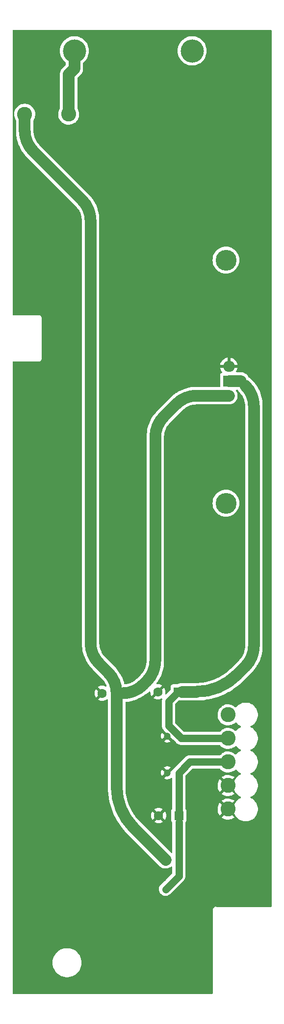
<source format=gbr>
%TF.GenerationSoftware,KiCad,Pcbnew,(6.0.10)*%
%TF.CreationDate,2023-05-04T16:05:14+10:00*%
%TF.ProjectId,LinearSaturn,4c696e65-6172-4536-9174-75726e2e6b69,rev?*%
%TF.SameCoordinates,Original*%
%TF.FileFunction,Copper,L2,Bot*%
%TF.FilePolarity,Positive*%
%FSLAX46Y46*%
G04 Gerber Fmt 4.6, Leading zero omitted, Abs format (unit mm)*
G04 Created by KiCad (PCBNEW (6.0.10)) date 2023-05-04 16:05:14*
%MOMM*%
%LPD*%
G01*
G04 APERTURE LIST*
%TA.AperFunction,ComponentPad*%
%ADD10R,1.600000X1.600000*%
%TD*%
%TA.AperFunction,ComponentPad*%
%ADD11C,1.600000*%
%TD*%
%TA.AperFunction,ComponentPad*%
%ADD12C,3.600000*%
%TD*%
%TA.AperFunction,ComponentPad*%
%ADD13O,2.000000X1.905000*%
%TD*%
%TA.AperFunction,ComponentPad*%
%ADD14C,2.600000*%
%TD*%
%TA.AperFunction,ComponentPad*%
%ADD15R,2.000000X1.905000*%
%TD*%
%TA.AperFunction,ComponentPad*%
%ADD16C,1.200000*%
%TD*%
%TA.AperFunction,ComponentPad*%
%ADD17C,4.000000*%
%TD*%
%TA.AperFunction,ComponentPad*%
%ADD18O,4.000000X4.000000*%
%TD*%
%TA.AperFunction,ViaPad*%
%ADD19C,0.800000*%
%TD*%
%TA.AperFunction,Conductor*%
%ADD20C,1.000000*%
%TD*%
%TA.AperFunction,Conductor*%
%ADD21C,2.000000*%
%TD*%
%TA.AperFunction,Conductor*%
%ADD22C,0.250000*%
%TD*%
%TA.AperFunction,Conductor*%
%ADD23C,1.250000*%
%TD*%
G04 APERTURE END LIST*
D10*
%TO.P,25v 220uF,1*%
%TO.N,3.3v*%
X146050000Y-164338000D03*
D11*
%TO.P,25v 220uF,GND*%
%TO.N,GND*%
X142550000Y-164338000D03*
%TD*%
D12*
%TO.P,,*%
%TO.N,*%
X154178000Y-68580000D03*
%TD*%
D13*
%TO.P,,3*%
%TO.N,N/C*%
X154686000Y-91948000D03*
%TD*%
D12*
%TO.P,,*%
%TO.N,*%
X154178000Y-110490000D03*
%TD*%
D14*
%TO.P,,*%
%TO.N,*%
X154544000Y-146972000D03*
%TD*%
D15*
%TO.P,,1*%
%TO.N,5v*%
X154686000Y-89408000D03*
%TD*%
D16*
%TO.P,50v 0.1uF,*%
%TO.N,GND*%
X144050000Y-150622000D03*
%TO.P,50v 0.1uF,1*%
%TO.N,5v*%
X146050000Y-150622000D03*
%TD*%
D14*
%TO.P,,*%
%TO.N,GND*%
X154544000Y-159164000D03*
%TD*%
D11*
%TO.P,35v 100uF,*%
%TO.N,GND*%
X132810379Y-143256000D03*
D10*
%TO.P,35v 100uF,1*%
%TO.N,N/C*%
X135310379Y-143256000D03*
%TD*%
D14*
%TO.P,,*%
%TO.N,5v*%
X154544000Y-151036000D03*
%TD*%
%TO.P,,*%
%TO.N,GND*%
X154544000Y-163228000D03*
%TD*%
D11*
%TO.P,25v 220uF,*%
%TO.N,GND*%
X142424651Y-143002000D03*
D10*
%TO.P,25v 220uF,5v*%
%TO.N,5v*%
X145924651Y-143002000D03*
%TD*%
D16*
%TO.P,50v 0.1uF,*%
%TO.N,GND*%
X144050000Y-156972000D03*
%TO.P,50v 0.1uF,1*%
%TO.N,3.3v*%
X146050000Y-156972000D03*
%TD*%
D14*
%TO.P,,*%
%TO.N,3.3v*%
X154544000Y-155100000D03*
%TD*%
%TO.P,,1*%
%TO.N,N/C*%
X119452000Y-43434000D03*
%TD*%
D13*
%TO.P,,GND*%
%TO.N,GND*%
X154686000Y-86868000D03*
%TD*%
D17*
%TO.P,1N5822,1*%
%TO.N,N/C*%
X128016000Y-32512000D03*
D18*
%TO.P,1N5822,2*%
X148336000Y-32512000D03*
%TD*%
D14*
%TO.P,,1*%
%TO.N,N/C*%
X127030000Y-43410000D03*
%TD*%
D19*
%TO.N,*%
X143764000Y-171958000D03*
%TO.N,GND*%
X158750000Y-41402000D03*
X160528000Y-43180000D03*
X140395000Y-175260000D03*
X156972000Y-43180000D03*
X154686000Y-96012000D03*
X160528000Y-41402000D03*
X156972000Y-36322000D03*
X151384000Y-96012000D03*
X158750000Y-43180000D03*
X141411000Y-175260000D03*
X139379000Y-175260000D03*
X140395000Y-173990000D03*
X142427000Y-175260000D03*
X143443000Y-173990000D03*
X142427000Y-173990000D03*
X160528000Y-36322000D03*
X156972000Y-39878000D03*
X149606000Y-82804000D03*
X158750000Y-36322000D03*
X160528000Y-38100000D03*
X141411000Y-173990000D03*
X139379000Y-173990000D03*
X156972000Y-38100000D03*
X153162000Y-96012000D03*
X156972000Y-41402000D03*
X154686000Y-82804000D03*
X153162000Y-82804000D03*
X160528000Y-39878000D03*
X143443000Y-175260000D03*
X158750000Y-38100000D03*
X149606000Y-96012000D03*
X158750000Y-39878000D03*
X151384000Y-82804000D03*
%TO.N,3.3v*%
X143764000Y-177038000D03*
%TD*%
D20*
%TO.N,*%
X135310379Y-143223447D02*
X135310379Y-143256000D01*
D21*
X132274466Y-138116466D02*
X133845913Y-139687913D01*
D20*
X135310379Y-143256000D02*
X136358932Y-143256000D01*
D21*
X127030000Y-43410000D02*
X127030000Y-36550000D01*
D22*
X135128000Y-143256000D02*
X135310379Y-143256000D01*
D21*
X127030000Y-36550000D02*
X128016000Y-35564000D01*
X120916466Y-49796466D02*
X129345534Y-58225534D01*
X119452000Y-43434000D02*
X119452000Y-46260932D01*
X143450466Y-95563534D02*
X145601534Y-93412466D01*
D22*
X138430000Y-143256000D02*
X140521534Y-141164466D01*
D21*
X130810000Y-61761068D02*
X130810000Y-134580932D01*
X149137068Y-91948000D02*
X154686000Y-91948000D01*
X135310379Y-143256000D02*
X135310379Y-159362243D01*
X138239311Y-166433311D02*
X143764000Y-171958000D01*
X128016000Y-32512000D02*
X128016000Y-35564000D01*
X139894466Y-141791534D02*
X140521534Y-141164466D01*
X141986000Y-137628932D02*
X141986000Y-99099068D01*
X145601550Y-93412482D02*
G75*
G02*
X149137068Y-91948000I3535550J-3535518D01*
G01*
X141986022Y-137628932D02*
G75*
G02*
X140521533Y-141164465I-5000022J32D01*
G01*
X141985978Y-99099068D02*
G75*
G02*
X143450467Y-95563535I5000022J-32D01*
G01*
X135310352Y-143223447D02*
G75*
G03*
X133845913Y-139687913I-4999952J47D01*
G01*
X139894450Y-141791518D02*
G75*
G02*
X136358932Y-143256000I-3535550J3535518D01*
G01*
X135310355Y-159362243D02*
G75*
G03*
X138239311Y-166433311I10000045J43D01*
G01*
X130809978Y-134580932D02*
G75*
G03*
X132274467Y-138116465I5000022J32D01*
G01*
X119451978Y-46260932D02*
G75*
G03*
X120916467Y-49796465I5000022J32D01*
G01*
X130810022Y-61761068D02*
G75*
G03*
X129345533Y-58225535I-5000022J-32D01*
G01*
D20*
%TO.N,GND*%
X132810379Y-143256000D02*
X132810379Y-143009447D01*
D23*
%TO.N,3.3v*%
X154544000Y-155100000D02*
X147922000Y-155100000D01*
X143764000Y-177038000D02*
X146050000Y-174752000D01*
X147922000Y-155100000D02*
X146050000Y-156972000D01*
X146050000Y-156972000D02*
X146050000Y-164338000D01*
X146050000Y-174752000D02*
X146050000Y-165437511D01*
%TO.N,5v*%
X144272000Y-144654651D02*
X145924651Y-143002000D01*
X146478564Y-151036000D02*
X144272000Y-148829436D01*
X154544000Y-151036000D02*
X146478564Y-151036000D01*
X144272000Y-148844000D02*
X144272000Y-144654651D01*
D22*
X145780000Y-150622000D02*
X145542000Y-150622000D01*
D23*
X144272000Y-148829436D02*
X144272000Y-144654651D01*
D21*
X149019864Y-143002000D02*
X146558000Y-143002000D01*
X159004000Y-93765068D02*
X159004000Y-135088932D01*
D23*
X151732000Y-151036000D02*
X146464000Y-151036000D01*
D21*
X157539534Y-138624466D02*
X156090932Y-140073068D01*
D23*
X154544000Y-151036000D02*
X151732000Y-151036000D01*
X146050000Y-150622000D02*
X144272000Y-148844000D01*
D20*
X156718000Y-89408000D02*
X157539534Y-90229534D01*
D21*
X154686000Y-89408000D02*
X156718000Y-89408000D01*
X157539518Y-138624450D02*
G75*
G03*
X159004000Y-135088932I-3535518J3535550D01*
G01*
X157539518Y-90229550D02*
G75*
G02*
X159004000Y-93765068I-3535518J-3535550D01*
G01*
X149019864Y-143001974D02*
G75*
G03*
X156090931Y-140073067I36J9999974D01*
G01*
%TD*%
%TA.AperFunction,Conductor*%
%TO.N,GND*%
G36*
X161993621Y-28928502D02*
G01*
X162040114Y-28982158D01*
X162051500Y-29034500D01*
X162051500Y-179959500D01*
X162031498Y-180027621D01*
X161977842Y-180074114D01*
X161925500Y-180085500D01*
X152539800Y-180085500D01*
X152503699Y-180080217D01*
X152484539Y-180074487D01*
X152484536Y-180074487D01*
X152475934Y-180071914D01*
X152466958Y-180071859D01*
X152466957Y-180071859D01*
X152405644Y-180071485D01*
X152330279Y-180071024D01*
X152190229Y-180111051D01*
X152067042Y-180188776D01*
X151970622Y-180297951D01*
X151908719Y-180429800D01*
X151907339Y-180438664D01*
X151907338Y-180438667D01*
X151899623Y-180488221D01*
X151895840Y-180504939D01*
X151891914Y-180518066D01*
X151891859Y-180527040D01*
X151891859Y-180527041D01*
X151891797Y-180537295D01*
X151891729Y-180538913D01*
X151891500Y-180540386D01*
X151891500Y-180585377D01*
X151891498Y-180586147D01*
X151891024Y-180663721D01*
X151891408Y-180665065D01*
X151891500Y-180666410D01*
X151891500Y-194945500D01*
X151871498Y-195013621D01*
X151817842Y-195060114D01*
X151765500Y-195071500D01*
X117474500Y-195071500D01*
X117406379Y-195051498D01*
X117359886Y-194997842D01*
X117348500Y-194945500D01*
X117348500Y-189706000D01*
X124232540Y-189706000D01*
X124252359Y-190021020D01*
X124311505Y-190331072D01*
X124409044Y-190631266D01*
X124410731Y-190634852D01*
X124410733Y-190634856D01*
X124541750Y-190913283D01*
X124541754Y-190913290D01*
X124543438Y-190916869D01*
X124712568Y-191183375D01*
X124913767Y-191426582D01*
X125143860Y-191642654D01*
X125399221Y-191828184D01*
X125675821Y-191980247D01*
X125679490Y-191981700D01*
X125679495Y-191981702D01*
X125965628Y-192094990D01*
X125969298Y-192096443D01*
X126275025Y-192174940D01*
X126588179Y-192214500D01*
X126903821Y-192214500D01*
X127216975Y-192174940D01*
X127522702Y-192096443D01*
X127526372Y-192094990D01*
X127812505Y-191981702D01*
X127812510Y-191981700D01*
X127816179Y-191980247D01*
X128092779Y-191828184D01*
X128348140Y-191642654D01*
X128578233Y-191426582D01*
X128779432Y-191183375D01*
X128948562Y-190916869D01*
X128950246Y-190913290D01*
X128950250Y-190913283D01*
X129081267Y-190634856D01*
X129081269Y-190634852D01*
X129082956Y-190631266D01*
X129180495Y-190331072D01*
X129239641Y-190021020D01*
X129259460Y-189706000D01*
X129239641Y-189390980D01*
X129180495Y-189080928D01*
X129082956Y-188780734D01*
X129076667Y-188767369D01*
X128950250Y-188498717D01*
X128950246Y-188498710D01*
X128948562Y-188495131D01*
X128779432Y-188228625D01*
X128578233Y-187985418D01*
X128348140Y-187769346D01*
X128092779Y-187583816D01*
X127816179Y-187431753D01*
X127812510Y-187430300D01*
X127812505Y-187430298D01*
X127526372Y-187317010D01*
X127526371Y-187317010D01*
X127522702Y-187315557D01*
X127216975Y-187237060D01*
X126903821Y-187197500D01*
X126588179Y-187197500D01*
X126275025Y-187237060D01*
X125969298Y-187315557D01*
X125965629Y-187317010D01*
X125965628Y-187317010D01*
X125679495Y-187430298D01*
X125679490Y-187430300D01*
X125675821Y-187431753D01*
X125399221Y-187583816D01*
X125143860Y-187769346D01*
X124913767Y-187985418D01*
X124712568Y-188228625D01*
X124543438Y-188495131D01*
X124541754Y-188498710D01*
X124541750Y-188498717D01*
X124415333Y-188767369D01*
X124409044Y-188780734D01*
X124311505Y-189080928D01*
X124252359Y-189390980D01*
X124234833Y-189669559D01*
X124232540Y-189706000D01*
X117348500Y-189706000D01*
X117348500Y-143261475D01*
X131497862Y-143261475D01*
X131516851Y-143478519D01*
X131518754Y-143489312D01*
X131575143Y-143699761D01*
X131578889Y-143710053D01*
X131670965Y-143907511D01*
X131676448Y-143917006D01*
X131712888Y-143969048D01*
X131723367Y-143977424D01*
X131736813Y-143970356D01*
X132438357Y-143268812D01*
X132445971Y-143254868D01*
X132445840Y-143253035D01*
X132441589Y-143246420D01*
X131736092Y-142540923D01*
X131724317Y-142534493D01*
X131712302Y-142543789D01*
X131676448Y-142594994D01*
X131670965Y-142604489D01*
X131578889Y-142801947D01*
X131575143Y-142812239D01*
X131518754Y-143022688D01*
X131516851Y-143033481D01*
X131497862Y-143250525D01*
X131497862Y-143261475D01*
X117348500Y-143261475D01*
X117348500Y-86214500D01*
X117368502Y-86146379D01*
X117422158Y-86099886D01*
X117474500Y-86088500D01*
X121831377Y-86088500D01*
X121832148Y-86088502D01*
X121909721Y-86088976D01*
X121938152Y-86080850D01*
X121954915Y-86077272D01*
X121984187Y-86073080D01*
X122007564Y-86062451D01*
X122025087Y-86056004D01*
X122049771Y-86048949D01*
X122057365Y-86044157D01*
X122057368Y-86044156D01*
X122074780Y-86033170D01*
X122089865Y-86025030D01*
X122116782Y-86012792D01*
X122136235Y-85996030D01*
X122151239Y-85984927D01*
X122172958Y-85971224D01*
X122178897Y-85964499D01*
X122178901Y-85964496D01*
X122192532Y-85949062D01*
X122204724Y-85937018D01*
X122220327Y-85923573D01*
X122220329Y-85923570D01*
X122227127Y-85917713D01*
X122239161Y-85899148D01*
X122241094Y-85896165D01*
X122252385Y-85881291D01*
X122263431Y-85868783D01*
X122263432Y-85868782D01*
X122269378Y-85862049D01*
X122281943Y-85835287D01*
X122290263Y-85820309D01*
X122301471Y-85803017D01*
X122301473Y-85803012D01*
X122306352Y-85795485D01*
X122308922Y-85786892D01*
X122308924Y-85786887D01*
X122313711Y-85770880D01*
X122320372Y-85753436D01*
X122327467Y-85738324D01*
X122327468Y-85738322D01*
X122331281Y-85730200D01*
X122335830Y-85700983D01*
X122339613Y-85684268D01*
X122345515Y-85664534D01*
X122345516Y-85664528D01*
X122348086Y-85655934D01*
X122348296Y-85621494D01*
X122348329Y-85620711D01*
X122348500Y-85619614D01*
X122348500Y-85588623D01*
X122348502Y-85587853D01*
X122348952Y-85514215D01*
X122348952Y-85514214D01*
X122348976Y-85510279D01*
X122348592Y-85508935D01*
X122348500Y-85507590D01*
X122348500Y-78588623D01*
X122348502Y-78587853D01*
X122348921Y-78519254D01*
X122348976Y-78510279D01*
X122340850Y-78481847D01*
X122337272Y-78465085D01*
X122334352Y-78444698D01*
X122333080Y-78435813D01*
X122322451Y-78412436D01*
X122316004Y-78394913D01*
X122311416Y-78378862D01*
X122308949Y-78370229D01*
X122304156Y-78362632D01*
X122293170Y-78345220D01*
X122285030Y-78330135D01*
X122272792Y-78303218D01*
X122256030Y-78283765D01*
X122244927Y-78268761D01*
X122231224Y-78247042D01*
X122224499Y-78241103D01*
X122224496Y-78241099D01*
X122209062Y-78227468D01*
X122197018Y-78215276D01*
X122183573Y-78199673D01*
X122183570Y-78199671D01*
X122177713Y-78192873D01*
X122156165Y-78178906D01*
X122141291Y-78167615D01*
X122128783Y-78156569D01*
X122128782Y-78156568D01*
X122122049Y-78150622D01*
X122095287Y-78138057D01*
X122080309Y-78129737D01*
X122063017Y-78118529D01*
X122063012Y-78118527D01*
X122055485Y-78113648D01*
X122046892Y-78111078D01*
X122046887Y-78111076D01*
X122030880Y-78106289D01*
X122013436Y-78099628D01*
X121998324Y-78092533D01*
X121998322Y-78092532D01*
X121990200Y-78088719D01*
X121981333Y-78087338D01*
X121981332Y-78087338D01*
X121971690Y-78085837D01*
X121960983Y-78084170D01*
X121944268Y-78080387D01*
X121924534Y-78074485D01*
X121924528Y-78074484D01*
X121915934Y-78071914D01*
X121906963Y-78071859D01*
X121906962Y-78071859D01*
X121896903Y-78071798D01*
X121881494Y-78071704D01*
X121880711Y-78071671D01*
X121879614Y-78071500D01*
X121848623Y-78071500D01*
X121847853Y-78071498D01*
X121774215Y-78071048D01*
X121774214Y-78071048D01*
X121770279Y-78071024D01*
X121768935Y-78071408D01*
X121767590Y-78071500D01*
X117474500Y-78071500D01*
X117406379Y-78051498D01*
X117359886Y-77997842D01*
X117348500Y-77945500D01*
X117348500Y-43386526D01*
X117639050Y-43386526D01*
X117639274Y-43391192D01*
X117639274Y-43391197D01*
X117640329Y-43413160D01*
X117651947Y-43655019D01*
X117704388Y-43918656D01*
X117795220Y-44171646D01*
X117797432Y-44175762D01*
X117797433Y-44175765D01*
X117920241Y-44404321D01*
X117920245Y-44404327D01*
X117922450Y-44408431D01*
X117923932Y-44410415D01*
X117943500Y-44477555D01*
X117943500Y-46196708D01*
X117943112Y-46206593D01*
X117938835Y-46260942D01*
X117939224Y-46265880D01*
X117939525Y-46269706D01*
X117939834Y-46275099D01*
X117955924Y-46725549D01*
X118005623Y-47187789D01*
X118020177Y-47268453D01*
X118080478Y-47602665D01*
X118088171Y-47645305D01*
X118203147Y-48095767D01*
X118203853Y-48097888D01*
X118203855Y-48097895D01*
X118329674Y-48475911D01*
X118349966Y-48536879D01*
X118527880Y-48966394D01*
X118735981Y-49382121D01*
X118737122Y-49384044D01*
X118737128Y-49384055D01*
X118933731Y-49715409D01*
X118973209Y-49781944D01*
X118974491Y-49783790D01*
X118974492Y-49783792D01*
X119237064Y-50161964D01*
X119237072Y-50161974D01*
X119238356Y-50163824D01*
X119530071Y-50525816D01*
X119836863Y-50855331D01*
X119840416Y-50859315D01*
X119846502Y-50866440D01*
X119850257Y-50869647D01*
X119887954Y-50901843D01*
X119895219Y-50908560D01*
X128233453Y-59246795D01*
X128240168Y-59254058D01*
X128275570Y-59295508D01*
X128297282Y-59314052D01*
X128308801Y-59325237D01*
X128504815Y-59541503D01*
X128512660Y-59551061D01*
X128709404Y-59816337D01*
X128716265Y-59826606D01*
X128886063Y-60109893D01*
X128891883Y-60120783D01*
X129033094Y-60419346D01*
X129037822Y-60430759D01*
X129149085Y-60741714D01*
X129152675Y-60753547D01*
X129232926Y-61073917D01*
X129235337Y-61086039D01*
X129266550Y-61296451D01*
X129283799Y-61412728D01*
X129285011Y-61425034D01*
X129299325Y-61716368D01*
X129299089Y-61732430D01*
X129296835Y-61761078D01*
X129297224Y-61766017D01*
X129301111Y-61815403D01*
X129301500Y-61825290D01*
X129301500Y-134516708D01*
X129301112Y-134526593D01*
X129296835Y-134580942D01*
X129297224Y-134585880D01*
X129297525Y-134589706D01*
X129297834Y-134595099D01*
X129313924Y-135045549D01*
X129314165Y-135047789D01*
X129314165Y-135047791D01*
X129319118Y-135093853D01*
X129363623Y-135507789D01*
X129372284Y-135555790D01*
X129438478Y-135922665D01*
X129446171Y-135965305D01*
X129561147Y-136415767D01*
X129561853Y-136417888D01*
X129561855Y-136417895D01*
X129687674Y-136795911D01*
X129707966Y-136856879D01*
X129885880Y-137286394D01*
X129886883Y-137288399D01*
X129886885Y-137288402D01*
X129988353Y-137491106D01*
X130093981Y-137702121D01*
X130095122Y-137704044D01*
X130095128Y-137704055D01*
X130149915Y-137796392D01*
X130331209Y-138101944D01*
X130332491Y-138103790D01*
X130332492Y-138103792D01*
X130595064Y-138481964D01*
X130595072Y-138481974D01*
X130596356Y-138483824D01*
X130888071Y-138845816D01*
X131194863Y-139175331D01*
X131198416Y-139179315D01*
X131204502Y-139186440D01*
X131208257Y-139189647D01*
X131245954Y-139221843D01*
X131253219Y-139228560D01*
X132733820Y-140709161D01*
X132740537Y-140716426D01*
X132775940Y-140757878D01*
X132779696Y-140761086D01*
X132797651Y-140776421D01*
X132809180Y-140787616D01*
X132964190Y-140958643D01*
X133005181Y-141003870D01*
X133013023Y-141013425D01*
X133209761Y-141278699D01*
X133216628Y-141288978D01*
X133381922Y-141564756D01*
X133386412Y-141572248D01*
X133392239Y-141583149D01*
X133524401Y-141862586D01*
X133533443Y-141881703D01*
X133538175Y-141893128D01*
X133547725Y-141919820D01*
X133551840Y-141990697D01*
X133516983Y-142052548D01*
X133454220Y-142085734D01*
X133383479Y-142079721D01*
X133375840Y-142076461D01*
X133264432Y-142024510D01*
X133254140Y-142020764D01*
X133043691Y-141964375D01*
X133032898Y-141962472D01*
X132815854Y-141943483D01*
X132804904Y-141943483D01*
X132587860Y-141962472D01*
X132577067Y-141964375D01*
X132366618Y-142020764D01*
X132356326Y-142024510D01*
X132158868Y-142116586D01*
X132149373Y-142122069D01*
X132097331Y-142158509D01*
X132088955Y-142168988D01*
X132096023Y-142182434D01*
X133080494Y-143166905D01*
X133114520Y-143229217D01*
X133109455Y-143300032D01*
X133080494Y-143345095D01*
X132095302Y-144330287D01*
X132088872Y-144342062D01*
X132098168Y-144354077D01*
X132149373Y-144389931D01*
X132158868Y-144395414D01*
X132356326Y-144487490D01*
X132366618Y-144491236D01*
X132577067Y-144547625D01*
X132587860Y-144549528D01*
X132804904Y-144568517D01*
X132815854Y-144568517D01*
X133032898Y-144549528D01*
X133043691Y-144547625D01*
X133254140Y-144491236D01*
X133264432Y-144487490D01*
X133461890Y-144395414D01*
X133471386Y-144389931D01*
X133603608Y-144297348D01*
X133670882Y-144274660D01*
X133739743Y-144291945D01*
X133788327Y-144343715D01*
X133801879Y-144400561D01*
X133801879Y-159298018D01*
X133801491Y-159307904D01*
X133797214Y-159362250D01*
X133797388Y-159364461D01*
X133797497Y-159368347D01*
X133805483Y-159652917D01*
X133815441Y-160007790D01*
X133869723Y-160651300D01*
X133960001Y-161290754D01*
X134085992Y-161924139D01*
X134086428Y-161925829D01*
X134086430Y-161925838D01*
X134243042Y-162532964D01*
X134247298Y-162549464D01*
X134443413Y-163164761D01*
X134673719Y-163768094D01*
X134674431Y-163769685D01*
X134674433Y-163769690D01*
X134933024Y-164347580D01*
X134937492Y-164357564D01*
X134938295Y-164359119D01*
X134938304Y-164359137D01*
X135091248Y-164655186D01*
X135233902Y-164931317D01*
X135234794Y-164932829D01*
X135234795Y-164932831D01*
X135505590Y-165391891D01*
X135562016Y-165487547D01*
X135562991Y-165489006D01*
X135562994Y-165489011D01*
X135919817Y-166023032D01*
X135920802Y-166024506D01*
X136309130Y-166540502D01*
X136725780Y-167033912D01*
X137167579Y-167501216D01*
X137169343Y-167503282D01*
X137173105Y-167506495D01*
X137173109Y-167506499D01*
X137210802Y-167538691D01*
X137218067Y-167545408D01*
X142740464Y-173067805D01*
X142742374Y-173069431D01*
X142742381Y-173069437D01*
X142841538Y-173153826D01*
X142878720Y-173185470D01*
X143086358Y-173311221D01*
X143311429Y-173402155D01*
X143316360Y-173403275D01*
X143316359Y-173403275D01*
X143543213Y-173454815D01*
X143543216Y-173454816D01*
X143548144Y-173455935D01*
X143553191Y-173456253D01*
X143553194Y-173456253D01*
X143785358Y-173470860D01*
X143790412Y-173471178D01*
X143977745Y-173452809D01*
X144026975Y-173447982D01*
X144026976Y-173447982D01*
X144032002Y-173447489D01*
X144266696Y-173385481D01*
X144488456Y-173286746D01*
X144691578Y-173153826D01*
X144695312Y-173150417D01*
X144695319Y-173150411D01*
X144705539Y-173141079D01*
X144769331Y-173109916D01*
X144839844Y-173118189D01*
X144894690Y-173163270D01*
X144916500Y-173234125D01*
X144916500Y-174230299D01*
X144896498Y-174298420D01*
X144879595Y-174319394D01*
X142924282Y-176274707D01*
X142922385Y-176277005D01*
X142922377Y-176277013D01*
X142864567Y-176347018D01*
X142821124Y-176399625D01*
X142717421Y-176589435D01*
X142651481Y-176795432D01*
X142625684Y-177010180D01*
X142640960Y-177225933D01*
X142696758Y-177434903D01*
X142791066Y-177629554D01*
X142920478Y-177802859D01*
X143080328Y-177948565D01*
X143085438Y-177951691D01*
X143085443Y-177951694D01*
X143259732Y-178058290D01*
X143259738Y-178058293D01*
X143264846Y-178061417D01*
X143467375Y-178137341D01*
X143527664Y-178147592D01*
X143674689Y-178172592D01*
X143674692Y-178172592D01*
X143680607Y-178173598D01*
X143743353Y-178172229D01*
X143890850Y-178169010D01*
X143890851Y-178169010D01*
X143896848Y-178168879D01*
X143902708Y-178167617D01*
X143902711Y-178167617D01*
X144043337Y-178137341D01*
X144108295Y-178123356D01*
X144307320Y-178038671D01*
X144312291Y-178035324D01*
X144312297Y-178035321D01*
X144482970Y-177920416D01*
X144486740Y-177917878D01*
X144490956Y-177914055D01*
X146776291Y-175628720D01*
X146784776Y-175621556D01*
X146784592Y-175621343D01*
X146789128Y-175617428D01*
X146794021Y-175613957D01*
X146859605Y-175545447D01*
X146861528Y-175543483D01*
X146889718Y-175515293D01*
X146894607Y-175509373D01*
X146900739Y-175502479D01*
X146939437Y-175462054D01*
X146939440Y-175462050D01*
X146943590Y-175457715D01*
X146962260Y-175428800D01*
X146970958Y-175416916D01*
X146989059Y-175394997D01*
X146992876Y-175390375D01*
X147022594Y-175335981D01*
X147027307Y-175328061D01*
X147057659Y-175281054D01*
X147057661Y-175281050D01*
X147060916Y-175276009D01*
X147073784Y-175244080D01*
X147080072Y-175230778D01*
X147093703Y-175205829D01*
X147096579Y-175200565D01*
X147115471Y-175141545D01*
X147118605Y-175132865D01*
X147139524Y-175080959D01*
X147141766Y-175075396D01*
X147148363Y-175041615D01*
X147152025Y-175027351D01*
X147160693Y-175000273D01*
X147160693Y-175000271D01*
X147162519Y-174994568D01*
X147163234Y-174988620D01*
X147163235Y-174988613D01*
X147169911Y-174933044D01*
X147171347Y-174923924D01*
X147182353Y-174867562D01*
X147183222Y-174863113D01*
X147183500Y-174857429D01*
X147183500Y-174827456D01*
X147184399Y-174812428D01*
X147187602Y-174785768D01*
X147187602Y-174785764D01*
X147188316Y-174779821D01*
X147183815Y-174716250D01*
X147183500Y-174707351D01*
X147183500Y-165581413D01*
X147203502Y-165513292D01*
X147213102Y-165501380D01*
X147213261Y-165501261D01*
X147231134Y-165477414D01*
X147262553Y-165435491D01*
X147300615Y-165384705D01*
X147351745Y-165248316D01*
X147358500Y-165186134D01*
X147358500Y-164672906D01*
X153463839Y-164672906D01*
X153472553Y-164684427D01*
X153579452Y-164762809D01*
X153587351Y-164767745D01*
X153816905Y-164888519D01*
X153825454Y-164892236D01*
X154070327Y-164977749D01*
X154079336Y-164980163D01*
X154334166Y-165028544D01*
X154343423Y-165029598D01*
X154602607Y-165039783D01*
X154611921Y-165039457D01*
X154869753Y-165011220D01*
X154878930Y-165009519D01*
X155129758Y-164943481D01*
X155138574Y-164940445D01*
X155376880Y-164838062D01*
X155385167Y-164833748D01*
X155605718Y-164697266D01*
X155613268Y-164691780D01*
X155618559Y-164687301D01*
X155626997Y-164674497D01*
X155620935Y-164664145D01*
X154556812Y-163600022D01*
X154542868Y-163592408D01*
X154541035Y-163592539D01*
X154534420Y-163596790D01*
X153470497Y-164660713D01*
X153463839Y-164672906D01*
X147358500Y-164672906D01*
X147358500Y-163489866D01*
X147351745Y-163427684D01*
X147300615Y-163291295D01*
X147221109Y-163185211D01*
X152731775Y-163185211D01*
X152744220Y-163444288D01*
X152745356Y-163453543D01*
X152795961Y-163707945D01*
X152798449Y-163716917D01*
X152886095Y-163961033D01*
X152889895Y-163969568D01*
X153012658Y-164198042D01*
X153017666Y-164205904D01*
X153087720Y-164299716D01*
X153098979Y-164308165D01*
X153111397Y-164301393D01*
X154171978Y-163240812D01*
X154179592Y-163226868D01*
X154179461Y-163225035D01*
X154175210Y-163218420D01*
X153109816Y-162153026D01*
X153096507Y-162145758D01*
X153086472Y-162152878D01*
X153070937Y-162171556D01*
X153065531Y-162179135D01*
X152930965Y-162400891D01*
X152926736Y-162409192D01*
X152826432Y-162648389D01*
X152823471Y-162657239D01*
X152759628Y-162908625D01*
X152758006Y-162917822D01*
X152732020Y-163175885D01*
X152731775Y-163185211D01*
X147221109Y-163185211D01*
X147213261Y-163174739D01*
X147214865Y-163173537D01*
X147186379Y-163121370D01*
X147183500Y-163094587D01*
X147183500Y-161780689D01*
X153461102Y-161780689D01*
X153465675Y-161790465D01*
X154531188Y-162855978D01*
X154545132Y-162863592D01*
X154546965Y-162863461D01*
X154553580Y-162859210D01*
X155618349Y-161794441D01*
X155624733Y-161782751D01*
X155615321Y-161770641D01*
X155468045Y-161668471D01*
X155460010Y-161663738D01*
X155227376Y-161549016D01*
X155218743Y-161545528D01*
X154971703Y-161466450D01*
X154962643Y-161464274D01*
X154706630Y-161422580D01*
X154697343Y-161421768D01*
X154437992Y-161418373D01*
X154428681Y-161418943D01*
X154171682Y-161453919D01*
X154162546Y-161455860D01*
X153913543Y-161528439D01*
X153904800Y-161531707D01*
X153669252Y-161640296D01*
X153661097Y-161644816D01*
X153470240Y-161769947D01*
X153461102Y-161780689D01*
X147183500Y-161780689D01*
X147183500Y-160608906D01*
X153463839Y-160608906D01*
X153472553Y-160620427D01*
X153579452Y-160698809D01*
X153587351Y-160703745D01*
X153816905Y-160824519D01*
X153825454Y-160828236D01*
X154070327Y-160913749D01*
X154079336Y-160916163D01*
X154334166Y-160964544D01*
X154343423Y-160965598D01*
X154602607Y-160975783D01*
X154611921Y-160975457D01*
X154869753Y-160947220D01*
X154878930Y-160945519D01*
X155129758Y-160879481D01*
X155138574Y-160876445D01*
X155376880Y-160774062D01*
X155385167Y-160769748D01*
X155605718Y-160633266D01*
X155613268Y-160627780D01*
X155618559Y-160623301D01*
X155626997Y-160610497D01*
X155620935Y-160600145D01*
X154556812Y-159536022D01*
X154542868Y-159528408D01*
X154541035Y-159528539D01*
X154534420Y-159532790D01*
X153470497Y-160596713D01*
X153463839Y-160608906D01*
X147183500Y-160608906D01*
X147183500Y-159121211D01*
X152731775Y-159121211D01*
X152744220Y-159380288D01*
X152745356Y-159389543D01*
X152795961Y-159643945D01*
X152798449Y-159652917D01*
X152886095Y-159897033D01*
X152889895Y-159905568D01*
X153012658Y-160134042D01*
X153017666Y-160141904D01*
X153087720Y-160235716D01*
X153098979Y-160244165D01*
X153111397Y-160237393D01*
X154171978Y-159176812D01*
X154179592Y-159162868D01*
X154179461Y-159161035D01*
X154175210Y-159154420D01*
X153109816Y-158089026D01*
X153096507Y-158081758D01*
X153086472Y-158088878D01*
X153070937Y-158107556D01*
X153065531Y-158115135D01*
X152930965Y-158336891D01*
X152926736Y-158345192D01*
X152826432Y-158584389D01*
X152823471Y-158593239D01*
X152759628Y-158844625D01*
X152758006Y-158853822D01*
X152732020Y-159111885D01*
X152731775Y-159121211D01*
X147183500Y-159121211D01*
X147183500Y-157716689D01*
X153461102Y-157716689D01*
X153465675Y-157726465D01*
X154531188Y-158791978D01*
X154545132Y-158799592D01*
X154546965Y-158799461D01*
X154553580Y-158795210D01*
X155618349Y-157730441D01*
X155624733Y-157718751D01*
X155615321Y-157706641D01*
X155468045Y-157604471D01*
X155460010Y-157599738D01*
X155227376Y-157485016D01*
X155218743Y-157481528D01*
X154971703Y-157402450D01*
X154962643Y-157400274D01*
X154706630Y-157358580D01*
X154697343Y-157357768D01*
X154437992Y-157354373D01*
X154428681Y-157354943D01*
X154171682Y-157389919D01*
X154162546Y-157391860D01*
X153913543Y-157464439D01*
X153904800Y-157467707D01*
X153669252Y-157576296D01*
X153661097Y-157580816D01*
X153470240Y-157705947D01*
X153461102Y-157716689D01*
X147183500Y-157716689D01*
X147183500Y-157493701D01*
X147203502Y-157425580D01*
X147220405Y-157404606D01*
X148354606Y-156270405D01*
X148416918Y-156236379D01*
X148443701Y-156233500D01*
X153070067Y-156233500D01*
X153138188Y-156253502D01*
X153169374Y-156282571D01*
X153169415Y-156282535D01*
X153169755Y-156282926D01*
X153171022Y-156284107D01*
X153175281Y-156289810D01*
X153178590Y-156293090D01*
X153178595Y-156293096D01*
X153362863Y-156475762D01*
X153366180Y-156479050D01*
X153369942Y-156481808D01*
X153369945Y-156481811D01*
X153535513Y-156603210D01*
X153582954Y-156637995D01*
X153587089Y-156640171D01*
X153587093Y-156640173D01*
X153816698Y-156760975D01*
X153820840Y-156763154D01*
X154074613Y-156851775D01*
X154079206Y-156852647D01*
X154334109Y-156901042D01*
X154334112Y-156901042D01*
X154338698Y-156901913D01*
X154466370Y-156906929D01*
X154602625Y-156912283D01*
X154602630Y-156912283D01*
X154607293Y-156912466D01*
X154711607Y-156901042D01*
X154869844Y-156883713D01*
X154869850Y-156883712D01*
X154874497Y-156883203D01*
X154879021Y-156882012D01*
X155129918Y-156815956D01*
X155129920Y-156815955D01*
X155134441Y-156814765D01*
X155179198Y-156795536D01*
X155377120Y-156710502D01*
X155377122Y-156710501D01*
X155381414Y-156708657D01*
X155500071Y-156635230D01*
X155606017Y-156569669D01*
X155606021Y-156569666D01*
X155609990Y-156567210D01*
X155782729Y-156420976D01*
X155847644Y-156392228D01*
X155917797Y-156403139D01*
X155962474Y-156438362D01*
X156036313Y-156530528D01*
X156074968Y-156567210D01*
X156221428Y-156706195D01*
X156244851Y-156728423D01*
X156478317Y-156896186D01*
X156714629Y-157021307D01*
X156765469Y-157070857D01*
X156781451Y-157140032D01*
X156757497Y-157206865D01*
X156713457Y-157244625D01*
X156545702Y-157331210D01*
X156497188Y-157356250D01*
X156493687Y-157358711D01*
X156493683Y-157358713D01*
X156483584Y-157365811D01*
X156261977Y-157521559D01*
X156051378Y-157717260D01*
X155869287Y-157939732D01*
X155719073Y-158184858D01*
X155603517Y-158448102D01*
X155603198Y-158447962D01*
X155575315Y-158491895D01*
X154916022Y-159151188D01*
X154908408Y-159165132D01*
X154908539Y-159166965D01*
X154912790Y-159173580D01*
X155577316Y-159838106D01*
X155604118Y-159877766D01*
X155708923Y-160123476D01*
X155856561Y-160370161D01*
X156036313Y-160594528D01*
X156146202Y-160698809D01*
X156225503Y-160774062D01*
X156244851Y-160792423D01*
X156478317Y-160960186D01*
X156714629Y-161085307D01*
X156765469Y-161134857D01*
X156781451Y-161204032D01*
X156757497Y-161270865D01*
X156713457Y-161308625D01*
X156500995Y-161418285D01*
X156497188Y-161420250D01*
X156493687Y-161422711D01*
X156493683Y-161422713D01*
X156483584Y-161429811D01*
X156261977Y-161585559D01*
X156051378Y-161781260D01*
X155869287Y-162003732D01*
X155719073Y-162248858D01*
X155603517Y-162512102D01*
X155603198Y-162511962D01*
X155575315Y-162555895D01*
X154916022Y-163215188D01*
X154908408Y-163229132D01*
X154908539Y-163230965D01*
X154912790Y-163237580D01*
X155577316Y-163902106D01*
X155604118Y-163941766D01*
X155708923Y-164187476D01*
X155719952Y-164205904D01*
X155810719Y-164357564D01*
X155856561Y-164434161D01*
X156036313Y-164658528D01*
X156146202Y-164762809D01*
X156225503Y-164838062D01*
X156244851Y-164856423D01*
X156478317Y-165024186D01*
X156482112Y-165026195D01*
X156482113Y-165026196D01*
X156523346Y-165048028D01*
X156732392Y-165158712D01*
X157002373Y-165257511D01*
X157283264Y-165318755D01*
X157311841Y-165321004D01*
X157506282Y-165336307D01*
X157506291Y-165336307D01*
X157508739Y-165336500D01*
X157664271Y-165336500D01*
X157666407Y-165336354D01*
X157666418Y-165336354D01*
X157874548Y-165322165D01*
X157874554Y-165322164D01*
X157878825Y-165321873D01*
X157883020Y-165321004D01*
X157883022Y-165321004D01*
X158019584Y-165292723D01*
X158160342Y-165263574D01*
X158431343Y-165167607D01*
X158640944Y-165059424D01*
X158683005Y-165037715D01*
X158683006Y-165037715D01*
X158686812Y-165035750D01*
X158690313Y-165033289D01*
X158690317Y-165033287D01*
X158804418Y-164953095D01*
X158922023Y-164870441D01*
X159132622Y-164674740D01*
X159314713Y-164452268D01*
X159464927Y-164207142D01*
X159580483Y-163943898D01*
X159659244Y-163667406D01*
X159699751Y-163382784D01*
X159700187Y-163299703D01*
X159701235Y-163099583D01*
X159701235Y-163099576D01*
X159701257Y-163095297D01*
X159663732Y-162810266D01*
X159587871Y-162532964D01*
X159577296Y-162508171D01*
X159476763Y-162272476D01*
X159476761Y-162272472D01*
X159475077Y-162268524D01*
X159327439Y-162021839D01*
X159147687Y-161797472D01*
X158939149Y-161599577D01*
X158705683Y-161431814D01*
X158469371Y-161306693D01*
X158418531Y-161257143D01*
X158402549Y-161187968D01*
X158426503Y-161121135D01*
X158470543Y-161083375D01*
X158683005Y-160973715D01*
X158683006Y-160973715D01*
X158686812Y-160971750D01*
X158690313Y-160969289D01*
X158690317Y-160969287D01*
X158804418Y-160889095D01*
X158922023Y-160806441D01*
X159037849Y-160698809D01*
X159129479Y-160613661D01*
X159129481Y-160613658D01*
X159132622Y-160610740D01*
X159314713Y-160388268D01*
X159464927Y-160143142D01*
X159563930Y-159917608D01*
X159578757Y-159883830D01*
X159580483Y-159879898D01*
X159659244Y-159603406D01*
X159699751Y-159318784D01*
X159699809Y-159307896D01*
X159701235Y-159035583D01*
X159701235Y-159035576D01*
X159701257Y-159031297D01*
X159663732Y-158746266D01*
X159587871Y-158468964D01*
X159577296Y-158444171D01*
X159476763Y-158208476D01*
X159476761Y-158208472D01*
X159475077Y-158204524D01*
X159369433Y-158028005D01*
X159329643Y-157961521D01*
X159329640Y-157961517D01*
X159327439Y-157957839D01*
X159147687Y-157733472D01*
X158982058Y-157576296D01*
X158942258Y-157538527D01*
X158942255Y-157538525D01*
X158939149Y-157535577D01*
X158705683Y-157367814D01*
X158469371Y-157242693D01*
X158418531Y-157193143D01*
X158402549Y-157123968D01*
X158426503Y-157057135D01*
X158470543Y-157019375D01*
X158683005Y-156909715D01*
X158683006Y-156909715D01*
X158686812Y-156907750D01*
X158690313Y-156905289D01*
X158690317Y-156905287D01*
X158892551Y-156763154D01*
X158922023Y-156742441D01*
X159000403Y-156669606D01*
X159129479Y-156549661D01*
X159129481Y-156549658D01*
X159132622Y-156546740D01*
X159314713Y-156324268D01*
X159464927Y-156079142D01*
X159559913Y-155862759D01*
X159578757Y-155819830D01*
X159580483Y-155815898D01*
X159659244Y-155539406D01*
X159699751Y-155254784D01*
X159701257Y-154967297D01*
X159663732Y-154682266D01*
X159587871Y-154404964D01*
X159519699Y-154245138D01*
X159476763Y-154144476D01*
X159476761Y-154144472D01*
X159475077Y-154140524D01*
X159372494Y-153969120D01*
X159329643Y-153897521D01*
X159329640Y-153897517D01*
X159327439Y-153893839D01*
X159147687Y-153669472D01*
X159006305Y-153535306D01*
X158942258Y-153474527D01*
X158942255Y-153474525D01*
X158939149Y-153471577D01*
X158738462Y-153327368D01*
X158709172Y-153306321D01*
X158709171Y-153306320D01*
X158705683Y-153303814D01*
X158469371Y-153178693D01*
X158418531Y-153129143D01*
X158402549Y-153059968D01*
X158426503Y-152993135D01*
X158470543Y-152955375D01*
X158683005Y-152845715D01*
X158683006Y-152845715D01*
X158686812Y-152843750D01*
X158690313Y-152841289D01*
X158690317Y-152841287D01*
X158892551Y-152699154D01*
X158922023Y-152678441D01*
X159037396Y-152571230D01*
X159129479Y-152485661D01*
X159129481Y-152485658D01*
X159132622Y-152482740D01*
X159314713Y-152260268D01*
X159464927Y-152015142D01*
X159580483Y-151751898D01*
X159659244Y-151475406D01*
X159696431Y-151214115D01*
X159699146Y-151195036D01*
X159699146Y-151195034D01*
X159699751Y-151190784D01*
X159699792Y-151183086D01*
X159701235Y-150907583D01*
X159701235Y-150907576D01*
X159701257Y-150903297D01*
X159663732Y-150618266D01*
X159587871Y-150340964D01*
X159475077Y-150076524D01*
X159370926Y-149902500D01*
X159329643Y-149833521D01*
X159329640Y-149833517D01*
X159327439Y-149829839D01*
X159147687Y-149605472D01*
X158993494Y-149459148D01*
X158942258Y-149410527D01*
X158942255Y-149410525D01*
X158939149Y-149407577D01*
X158738462Y-149263368D01*
X158709172Y-149242321D01*
X158709171Y-149242320D01*
X158705683Y-149239814D01*
X158469371Y-149114693D01*
X158418531Y-149065143D01*
X158402549Y-148995968D01*
X158426503Y-148929135D01*
X158470543Y-148891375D01*
X158683005Y-148781715D01*
X158683006Y-148781715D01*
X158686812Y-148779750D01*
X158690313Y-148777289D01*
X158690317Y-148777287D01*
X158892551Y-148635154D01*
X158922023Y-148614441D01*
X159037396Y-148507230D01*
X159129479Y-148421661D01*
X159129481Y-148421658D01*
X159132622Y-148418740D01*
X159314713Y-148196268D01*
X159464927Y-147951142D01*
X159580483Y-147687898D01*
X159659244Y-147411406D01*
X159699751Y-147126784D01*
X159700787Y-146929197D01*
X159701235Y-146843583D01*
X159701235Y-146843576D01*
X159701257Y-146839297D01*
X159663732Y-146554266D01*
X159587871Y-146276964D01*
X159578607Y-146255246D01*
X159476763Y-146016476D01*
X159476761Y-146016472D01*
X159475077Y-146012524D01*
X159327439Y-145765839D01*
X159147687Y-145541472D01*
X159006305Y-145407306D01*
X158942258Y-145346527D01*
X158942255Y-145346525D01*
X158939149Y-145343577D01*
X158738462Y-145199368D01*
X158709172Y-145178321D01*
X158709171Y-145178320D01*
X158705683Y-145175814D01*
X158683843Y-145164250D01*
X158660654Y-145151972D01*
X158451608Y-145041288D01*
X158181627Y-144942489D01*
X157900736Y-144881245D01*
X157869685Y-144878801D01*
X157677718Y-144863693D01*
X157677709Y-144863693D01*
X157675261Y-144863500D01*
X157519729Y-144863500D01*
X157517593Y-144863646D01*
X157517582Y-144863646D01*
X157309452Y-144877835D01*
X157309446Y-144877836D01*
X157305175Y-144878127D01*
X157300980Y-144878996D01*
X157300978Y-144878996D01*
X157164417Y-144907276D01*
X157023658Y-144936426D01*
X156752657Y-145032393D01*
X156748848Y-145034359D01*
X156501912Y-145161812D01*
X156497188Y-145164250D01*
X156493687Y-145166711D01*
X156493683Y-145166713D01*
X156432145Y-145209963D01*
X156261977Y-145329559D01*
X156051378Y-145525260D01*
X156023007Y-145559923D01*
X155960380Y-145636438D01*
X155901755Y-145676484D01*
X155830787Y-145678477D01*
X155776543Y-145648407D01*
X155688726Y-145565797D01*
X155688719Y-145565792D01*
X155685317Y-145562591D01*
X155464457Y-145409374D01*
X155460264Y-145407306D01*
X155227564Y-145292551D01*
X155227561Y-145292550D01*
X155223376Y-145290486D01*
X155175745Y-145275239D01*
X155121621Y-145257914D01*
X154967370Y-145208538D01*
X154962763Y-145207788D01*
X154962760Y-145207787D01*
X154706674Y-145166081D01*
X154706675Y-145166081D01*
X154702063Y-145165330D01*
X154571719Y-145163624D01*
X154437961Y-145161873D01*
X154437958Y-145161873D01*
X154433284Y-145161812D01*
X154166937Y-145198060D01*
X153908874Y-145273278D01*
X153664763Y-145385815D01*
X153660854Y-145388378D01*
X153443881Y-145530631D01*
X153443876Y-145530635D01*
X153439968Y-145533197D01*
X153410024Y-145559923D01*
X153324297Y-145636438D01*
X153239426Y-145712188D01*
X153067544Y-145918854D01*
X152928096Y-146148656D01*
X152926287Y-146152970D01*
X152926285Y-146152974D01*
X152825957Y-146392231D01*
X152824148Y-146396545D01*
X152757981Y-146657077D01*
X152731050Y-146924526D01*
X152743947Y-147193019D01*
X152796388Y-147456656D01*
X152887220Y-147709646D01*
X153014450Y-147946431D01*
X153017241Y-147950168D01*
X153017245Y-147950175D01*
X153129720Y-148100796D01*
X153175281Y-148161810D01*
X153178590Y-148165090D01*
X153178595Y-148165096D01*
X153307597Y-148292976D01*
X153366180Y-148351050D01*
X153369942Y-148353808D01*
X153369945Y-148353811D01*
X153462481Y-148421661D01*
X153582954Y-148509995D01*
X153587089Y-148512171D01*
X153587093Y-148512173D01*
X153816698Y-148632975D01*
X153820840Y-148635154D01*
X154074613Y-148723775D01*
X154079206Y-148724647D01*
X154334109Y-148773042D01*
X154334112Y-148773042D01*
X154338698Y-148773913D01*
X154466370Y-148778929D01*
X154602625Y-148784283D01*
X154602630Y-148784283D01*
X154607293Y-148784466D01*
X154711607Y-148773042D01*
X154869844Y-148755713D01*
X154869850Y-148755712D01*
X154874497Y-148755203D01*
X154909289Y-148746043D01*
X155129918Y-148687956D01*
X155129920Y-148687955D01*
X155134441Y-148686765D01*
X155138738Y-148684919D01*
X155377120Y-148582502D01*
X155377122Y-148582501D01*
X155381414Y-148580657D01*
X155500071Y-148507230D01*
X155606017Y-148441669D01*
X155606021Y-148441666D01*
X155609990Y-148439210D01*
X155782729Y-148292976D01*
X155847644Y-148264228D01*
X155917797Y-148275139D01*
X155962474Y-148310362D01*
X156036313Y-148402528D01*
X156074968Y-148439210D01*
X156221428Y-148578195D01*
X156244851Y-148600423D01*
X156362439Y-148684919D01*
X156455855Y-148752045D01*
X156478317Y-148768186D01*
X156714629Y-148893307D01*
X156765469Y-148942857D01*
X156781451Y-149012032D01*
X156757497Y-149078865D01*
X156713457Y-149116625D01*
X156501793Y-149225873D01*
X156497188Y-149228250D01*
X156493687Y-149230711D01*
X156493683Y-149230713D01*
X156432145Y-149273963D01*
X156261977Y-149393559D01*
X156191395Y-149459148D01*
X156069905Y-149572044D01*
X156051378Y-149589260D01*
X156023007Y-149623923D01*
X155960380Y-149700438D01*
X155901755Y-149740484D01*
X155830787Y-149742477D01*
X155776543Y-149712407D01*
X155688726Y-149629797D01*
X155688719Y-149629792D01*
X155685317Y-149626591D01*
X155464457Y-149473374D01*
X155435610Y-149459148D01*
X155227564Y-149356551D01*
X155227561Y-149356550D01*
X155223376Y-149354486D01*
X155175745Y-149339239D01*
X155121621Y-149321914D01*
X154967370Y-149272538D01*
X154962763Y-149271788D01*
X154962760Y-149271787D01*
X154706674Y-149230081D01*
X154706675Y-149230081D01*
X154702063Y-149229330D01*
X154571719Y-149227624D01*
X154437961Y-149225873D01*
X154437958Y-149225873D01*
X154433284Y-149225812D01*
X154166937Y-149262060D01*
X154162451Y-149263368D01*
X154162449Y-149263368D01*
X154133565Y-149271787D01*
X153908874Y-149337278D01*
X153664763Y-149449815D01*
X153660854Y-149452378D01*
X153443881Y-149594631D01*
X153443876Y-149594635D01*
X153439968Y-149597197D01*
X153353993Y-149673933D01*
X153324297Y-149700438D01*
X153239426Y-149776188D01*
X153236433Y-149779787D01*
X153172158Y-149857069D01*
X153113221Y-149896653D01*
X153075284Y-149902500D01*
X147000265Y-149902500D01*
X146932144Y-149882498D01*
X146911170Y-149865595D01*
X145442405Y-148396830D01*
X145408379Y-148334518D01*
X145405500Y-148307735D01*
X145405500Y-145176352D01*
X145425502Y-145108231D01*
X145442405Y-145087257D01*
X146036820Y-144492842D01*
X146099132Y-144458816D01*
X146166938Y-144462803D01*
X146172663Y-144464774D01*
X146176844Y-144466214D01*
X146176848Y-144466215D01*
X146181631Y-144467862D01*
X146241408Y-144478187D01*
X146416926Y-144508504D01*
X146416932Y-144508505D01*
X146420836Y-144509179D01*
X146424797Y-144509359D01*
X146424798Y-144509359D01*
X146448506Y-144510436D01*
X146448525Y-144510436D01*
X146449925Y-144510500D01*
X148955632Y-144510500D01*
X148965519Y-144510888D01*
X149014926Y-144514777D01*
X149014929Y-144514777D01*
X149019859Y-144515165D01*
X149023058Y-144514913D01*
X149026699Y-144514811D01*
X149663622Y-144496943D01*
X149663627Y-144496943D01*
X149665399Y-144496893D01*
X149887178Y-144478187D01*
X150307156Y-144442764D01*
X150307164Y-144442763D01*
X150308908Y-144442616D01*
X150310641Y-144442371D01*
X150310644Y-144442371D01*
X150606807Y-144400561D01*
X150948361Y-144352343D01*
X151098122Y-144322554D01*
X151580025Y-144226699D01*
X151580041Y-144226695D01*
X151581747Y-144226356D01*
X151583443Y-144225918D01*
X151583454Y-144225916D01*
X152205355Y-144065497D01*
X152205358Y-144065496D01*
X152207072Y-144065054D01*
X152822370Y-143868944D01*
X153022125Y-143792694D01*
X153424038Y-143639277D01*
X153424051Y-143639271D01*
X153425703Y-143638641D01*
X154015174Y-143374872D01*
X154588928Y-143078466D01*
X154709276Y-143007475D01*
X155143646Y-142751249D01*
X155143659Y-142751241D01*
X155145159Y-142750356D01*
X155146611Y-142749386D01*
X155146625Y-142749377D01*
X155680663Y-142392545D01*
X155682118Y-142391573D01*
X156198116Y-142003248D01*
X156490005Y-141756771D01*
X156690176Y-141587743D01*
X156690183Y-141587737D01*
X156691528Y-141586601D01*
X156706710Y-141572248D01*
X157156028Y-141147456D01*
X157158833Y-141144804D01*
X157160899Y-141143040D01*
X157196315Y-141101573D01*
X157203021Y-141094320D01*
X158560781Y-139736560D01*
X158568046Y-139729843D01*
X158605734Y-139697655D01*
X158605736Y-139697653D01*
X158609498Y-139694440D01*
X158615904Y-139686939D01*
X158619486Y-139682923D01*
X158721212Y-139573663D01*
X158925912Y-139353802D01*
X159217626Y-138991811D01*
X159218910Y-138989961D01*
X159218918Y-138989951D01*
X159481496Y-138611770D01*
X159481498Y-138611767D01*
X159482772Y-138609932D01*
X159500928Y-138579333D01*
X159718846Y-138212056D01*
X159718846Y-138212055D01*
X159720000Y-138210111D01*
X159928100Y-137794384D01*
X160106013Y-137364872D01*
X160106725Y-137362734D01*
X160252123Y-136925890D01*
X160252128Y-136925874D01*
X160252831Y-136923761D01*
X160269373Y-136858954D01*
X160367249Y-136475487D01*
X160367807Y-136473301D01*
X160450355Y-136015786D01*
X160500054Y-135553548D01*
X160516127Y-135103594D01*
X160516435Y-135098210D01*
X160517165Y-135088942D01*
X160512888Y-135034593D01*
X160512500Y-135024708D01*
X160512500Y-93829292D01*
X160512888Y-93819407D01*
X160516777Y-93769992D01*
X160516777Y-93769988D01*
X160517165Y-93765058D01*
X160516434Y-93755771D01*
X160516126Y-93750397D01*
X160500054Y-93300452D01*
X160499056Y-93291165D01*
X160467675Y-92999302D01*
X160450355Y-92838214D01*
X160367807Y-92380699D01*
X160252831Y-91930239D01*
X160252128Y-91928126D01*
X160252123Y-91928110D01*
X160106725Y-91491266D01*
X160106721Y-91491256D01*
X160106013Y-91489128D01*
X159928100Y-91059616D01*
X159720000Y-90643889D01*
X159635459Y-90501404D01*
X159483917Y-90245997D01*
X159483911Y-90245988D01*
X159482772Y-90244068D01*
X159481496Y-90242230D01*
X159218918Y-89864049D01*
X159218910Y-89864039D01*
X159217626Y-89862189D01*
X158925912Y-89500198D01*
X158619477Y-89171067D01*
X158615904Y-89167061D01*
X158609498Y-89159560D01*
X158428944Y-89005354D01*
X158226490Y-88881291D01*
X158160690Y-88854036D01*
X158105409Y-88809488D01*
X158094713Y-88790876D01*
X158036040Y-88665051D01*
X158036040Y-88665050D01*
X158033901Y-88660464D01*
X157897456Y-88459693D01*
X157730668Y-88283319D01*
X157623796Y-88201609D01*
X157541846Y-88138953D01*
X157541842Y-88138950D01*
X157537826Y-88135880D01*
X157323891Y-88021169D01*
X157094369Y-87942138D01*
X156995022Y-87924978D01*
X156859074Y-87901496D01*
X156859068Y-87901495D01*
X156855164Y-87900821D01*
X156851203Y-87900641D01*
X156851202Y-87900641D01*
X156827494Y-87899564D01*
X156827475Y-87899564D01*
X156826075Y-87899500D01*
X156040072Y-87899500D01*
X155971951Y-87879498D01*
X155925458Y-87825842D01*
X155915354Y-87755568D01*
X155941191Y-87695407D01*
X155950944Y-87683058D01*
X155956650Y-87674469D01*
X156067714Y-87473278D01*
X156071944Y-87463866D01*
X156148659Y-87247232D01*
X156151293Y-87237261D01*
X156168647Y-87139837D01*
X156167187Y-87126540D01*
X156152630Y-87122000D01*
X153217904Y-87122000D01*
X153204560Y-87125918D01*
X153202573Y-87140194D01*
X153212110Y-87202515D01*
X153214499Y-87212543D01*
X153285898Y-87430988D01*
X153289895Y-87440497D01*
X153396011Y-87644344D01*
X153401500Y-87653061D01*
X153514902Y-87804099D01*
X153539807Y-87870584D01*
X153524814Y-87939980D01*
X153474684Y-87990253D01*
X153458375Y-87997732D01*
X153439295Y-88004885D01*
X153322739Y-88092239D01*
X153235385Y-88208795D01*
X153184255Y-88345184D01*
X153177500Y-88407366D01*
X153177500Y-89370188D01*
X153177370Y-89375903D01*
X153173514Y-89460817D01*
X153174095Y-89465837D01*
X153174095Y-89465841D01*
X153176665Y-89488050D01*
X153177500Y-89502532D01*
X153177500Y-90313500D01*
X153157498Y-90381621D01*
X153103842Y-90428114D01*
X153051500Y-90439500D01*
X149201292Y-90439500D01*
X149191407Y-90439112D01*
X149141992Y-90435223D01*
X149141988Y-90435223D01*
X149137058Y-90434835D01*
X149127771Y-90435566D01*
X149122406Y-90435873D01*
X148672452Y-90451946D01*
X148670212Y-90452187D01*
X148670210Y-90452187D01*
X148591997Y-90460596D01*
X148210214Y-90501645D01*
X147752699Y-90584193D01*
X147750512Y-90584751D01*
X147750513Y-90584751D01*
X147510893Y-90645912D01*
X147302239Y-90699169D01*
X147300126Y-90699872D01*
X147300110Y-90699877D01*
X146863266Y-90845275D01*
X146863256Y-90845279D01*
X146861128Y-90845987D01*
X146431616Y-91023900D01*
X146015889Y-91232000D01*
X146013945Y-91233154D01*
X146013944Y-91233154D01*
X145617997Y-91468083D01*
X145617988Y-91468089D01*
X145616068Y-91469228D01*
X145614233Y-91470502D01*
X145614230Y-91470504D01*
X145236049Y-91733082D01*
X145236039Y-91733090D01*
X145234189Y-91734374D01*
X144872198Y-92026088D01*
X144547633Y-92328272D01*
X144543077Y-92332514D01*
X144539061Y-92336096D01*
X144531560Y-92342502D01*
X144528347Y-92346264D01*
X144528345Y-92346266D01*
X144496157Y-92383954D01*
X144489440Y-92391219D01*
X142429219Y-94451440D01*
X142421953Y-94458157D01*
X142380502Y-94493560D01*
X142374416Y-94500685D01*
X142370863Y-94504669D01*
X142064071Y-94834184D01*
X141772356Y-95196176D01*
X141771072Y-95198026D01*
X141771064Y-95198036D01*
X141508492Y-95576208D01*
X141507209Y-95578056D01*
X141506061Y-95579991D01*
X141271128Y-95975945D01*
X141271122Y-95975956D01*
X141269981Y-95977879D01*
X141061880Y-96393606D01*
X140883966Y-96823121D01*
X140883258Y-96825249D01*
X140883254Y-96825259D01*
X140770302Y-97164619D01*
X140737147Y-97264233D01*
X140622171Y-97714695D01*
X140621775Y-97716890D01*
X140621773Y-97716899D01*
X140613467Y-97762935D01*
X140539623Y-98172211D01*
X140489924Y-98634451D01*
X140489844Y-98636701D01*
X140473834Y-99084901D01*
X140473525Y-99090294D01*
X140472835Y-99099058D01*
X140473223Y-99103988D01*
X140473223Y-99103992D01*
X140477112Y-99153407D01*
X140477500Y-99163292D01*
X140477500Y-137564710D01*
X140477111Y-137574593D01*
X140472835Y-137628922D01*
X140473951Y-137643099D01*
X140475089Y-137657564D01*
X140475325Y-137673629D01*
X140469392Y-137794384D01*
X140461011Y-137964966D01*
X140459799Y-137977269D01*
X140424971Y-138212056D01*
X140411338Y-138303956D01*
X140408926Y-138316083D01*
X140328675Y-138636453D01*
X140325085Y-138648286D01*
X140213822Y-138959241D01*
X140209094Y-138970654D01*
X140105518Y-139189647D01*
X140067885Y-139269214D01*
X140062063Y-139280107D01*
X139892265Y-139563394D01*
X139885404Y-139573663D01*
X139761182Y-139741156D01*
X139688660Y-139838939D01*
X139680815Y-139848497D01*
X139484801Y-140064763D01*
X139473282Y-140075948D01*
X139451570Y-140094492D01*
X139448356Y-140098255D01*
X139448355Y-140098256D01*
X139416163Y-140135948D01*
X139409447Y-140143212D01*
X138873212Y-140679447D01*
X138865949Y-140686162D01*
X138824492Y-140721570D01*
X138806070Y-140743140D01*
X138794876Y-140754668D01*
X138578483Y-140950798D01*
X138568924Y-140958643D01*
X138303654Y-141155382D01*
X138293373Y-141162251D01*
X138010107Y-141332036D01*
X137999203Y-141337865D01*
X137891863Y-141388634D01*
X137700647Y-141479074D01*
X137689227Y-141483804D01*
X137378279Y-141595064D01*
X137366449Y-141598654D01*
X137046071Y-141678907D01*
X137033953Y-141681317D01*
X137024560Y-141682710D01*
X136760961Y-141721812D01*
X136690643Y-141712022D01*
X136636780Y-141665769D01*
X136620387Y-141628336D01*
X136612812Y-141598654D01*
X136595586Y-141531164D01*
X136559766Y-141390815D01*
X136559763Y-141390806D01*
X136559209Y-141388634D01*
X136497806Y-141204141D01*
X136413107Y-140949656D01*
X136413106Y-140949654D01*
X136412396Y-140947520D01*
X136411540Y-140945453D01*
X136411535Y-140945440D01*
X136235351Y-140520088D01*
X136235349Y-140520083D01*
X136234488Y-140518005D01*
X136233482Y-140515995D01*
X136027393Y-140104274D01*
X136027388Y-140104265D01*
X136026392Y-140102275D01*
X135789168Y-139702450D01*
X135524025Y-139320568D01*
X135444469Y-139221843D01*
X135233722Y-138960320D01*
X135233719Y-138960317D01*
X135232314Y-138958573D01*
X135127335Y-138845816D01*
X134925526Y-138629057D01*
X134921935Y-138625030D01*
X134919106Y-138621718D01*
X134919105Y-138621717D01*
X134915886Y-138617948D01*
X134874429Y-138582540D01*
X134867166Y-138575825D01*
X133386553Y-137095212D01*
X133379837Y-137087948D01*
X133347645Y-137050256D01*
X133347644Y-137050255D01*
X133344430Y-137046492D01*
X133322718Y-137027948D01*
X133311199Y-137016763D01*
X133115185Y-136800497D01*
X133107340Y-136790939D01*
X132910596Y-136525663D01*
X132903735Y-136515394D01*
X132733937Y-136232107D01*
X132728115Y-136221214D01*
X132674700Y-136108279D01*
X132586906Y-135922654D01*
X132582178Y-135911241D01*
X132470915Y-135600286D01*
X132467325Y-135588453D01*
X132387074Y-135268083D01*
X132384662Y-135255956D01*
X132365298Y-135125416D01*
X132336201Y-134929269D01*
X132334989Y-134916966D01*
X132320675Y-134625632D01*
X132320911Y-134609564D01*
X132322050Y-134595099D01*
X132323165Y-134580922D01*
X132318889Y-134526593D01*
X132318500Y-134516710D01*
X132318500Y-86596163D01*
X153203353Y-86596163D01*
X153204813Y-86609460D01*
X153219370Y-86614000D01*
X154413885Y-86614000D01*
X154429124Y-86609525D01*
X154430329Y-86608135D01*
X154432000Y-86600452D01*
X154432000Y-86595885D01*
X154940000Y-86595885D01*
X154944475Y-86611124D01*
X154945865Y-86612329D01*
X154953548Y-86614000D01*
X156154096Y-86614000D01*
X156167440Y-86610082D01*
X156169427Y-86595806D01*
X156159890Y-86533485D01*
X156157501Y-86523457D01*
X156086102Y-86305012D01*
X156082105Y-86295503D01*
X155975989Y-86091656D01*
X155970495Y-86082931D01*
X155832507Y-85899148D01*
X155825664Y-85891441D01*
X155659509Y-85732661D01*
X155651499Y-85726174D01*
X155461653Y-85596670D01*
X155452679Y-85591571D01*
X155244231Y-85494813D01*
X155234544Y-85491250D01*
X155013092Y-85429835D01*
X155002970Y-85427904D01*
X154958013Y-85423099D01*
X154943392Y-85425747D01*
X154940000Y-85438124D01*
X154940000Y-86595885D01*
X154432000Y-86595885D01*
X154432000Y-85437588D01*
X154427675Y-85422859D01*
X154415889Y-85420798D01*
X154404296Y-85421751D01*
X154394134Y-85423433D01*
X154171229Y-85479422D01*
X154161481Y-85482741D01*
X153950711Y-85574385D01*
X153941636Y-85579251D01*
X153748673Y-85704085D01*
X153740502Y-85710378D01*
X153570520Y-85865050D01*
X153563494Y-85872583D01*
X153421055Y-86052944D01*
X153415350Y-86061531D01*
X153304286Y-86262722D01*
X153300056Y-86272134D01*
X153223341Y-86488768D01*
X153220707Y-86498739D01*
X153203353Y-86596163D01*
X132318500Y-86596163D01*
X132318500Y-68580000D01*
X151864547Y-68580000D01*
X151884339Y-68881966D01*
X151943376Y-69178766D01*
X152040648Y-69465320D01*
X152174491Y-69736726D01*
X152342614Y-69988341D01*
X152345328Y-69991435D01*
X152345332Y-69991441D01*
X152539433Y-70212769D01*
X152542142Y-70215858D01*
X152545231Y-70218567D01*
X152766559Y-70412668D01*
X152766565Y-70412672D01*
X152769659Y-70415386D01*
X152773085Y-70417675D01*
X152773090Y-70417679D01*
X152961371Y-70543484D01*
X153021273Y-70583509D01*
X153024972Y-70585333D01*
X153024977Y-70585336D01*
X153164308Y-70654046D01*
X153292680Y-70717352D01*
X153296585Y-70718677D01*
X153296586Y-70718678D01*
X153575327Y-70813298D01*
X153575330Y-70813299D01*
X153579234Y-70814624D01*
X153583273Y-70815427D01*
X153583279Y-70815429D01*
X153871991Y-70872857D01*
X153871994Y-70872857D01*
X153876034Y-70873661D01*
X153880145Y-70873930D01*
X153880149Y-70873931D01*
X154173881Y-70893183D01*
X154178000Y-70893453D01*
X154182119Y-70893183D01*
X154475851Y-70873931D01*
X154475855Y-70873930D01*
X154479966Y-70873661D01*
X154484006Y-70872857D01*
X154484009Y-70872857D01*
X154772721Y-70815429D01*
X154772727Y-70815427D01*
X154776766Y-70814624D01*
X154780670Y-70813299D01*
X154780673Y-70813298D01*
X155059414Y-70718678D01*
X155059415Y-70718677D01*
X155063320Y-70717352D01*
X155191692Y-70654046D01*
X155331023Y-70585336D01*
X155331028Y-70585333D01*
X155334727Y-70583509D01*
X155394629Y-70543484D01*
X155582910Y-70417679D01*
X155582915Y-70417675D01*
X155586341Y-70415386D01*
X155589435Y-70412672D01*
X155589441Y-70412668D01*
X155810769Y-70218567D01*
X155813858Y-70215858D01*
X155816567Y-70212769D01*
X156010668Y-69991441D01*
X156010672Y-69991435D01*
X156013386Y-69988341D01*
X156181509Y-69736726D01*
X156315352Y-69465320D01*
X156412624Y-69178766D01*
X156471661Y-68881966D01*
X156491453Y-68580000D01*
X156471661Y-68278034D01*
X156412624Y-67981234D01*
X156315352Y-67694680D01*
X156181509Y-67423274D01*
X156013386Y-67171659D01*
X156010672Y-67168565D01*
X156010668Y-67168559D01*
X155816567Y-66947231D01*
X155813858Y-66944142D01*
X155810769Y-66941433D01*
X155589441Y-66747332D01*
X155589435Y-66747328D01*
X155586341Y-66744614D01*
X155582911Y-66742322D01*
X155582910Y-66742321D01*
X155338160Y-66578785D01*
X155334727Y-66576491D01*
X155331028Y-66574667D01*
X155331023Y-66574664D01*
X155191692Y-66505954D01*
X155063320Y-66442648D01*
X155059414Y-66441322D01*
X154780673Y-66346702D01*
X154780670Y-66346701D01*
X154776766Y-66345376D01*
X154772727Y-66344573D01*
X154772721Y-66344571D01*
X154484009Y-66287143D01*
X154484006Y-66287143D01*
X154479966Y-66286339D01*
X154475855Y-66286070D01*
X154475851Y-66286069D01*
X154182119Y-66266817D01*
X154178000Y-66266547D01*
X154173881Y-66266817D01*
X153880149Y-66286069D01*
X153880145Y-66286070D01*
X153876034Y-66286339D01*
X153871994Y-66287143D01*
X153871991Y-66287143D01*
X153583279Y-66344571D01*
X153583273Y-66344573D01*
X153579234Y-66345376D01*
X153575330Y-66346701D01*
X153575327Y-66346702D01*
X153296586Y-66441322D01*
X153292680Y-66442648D01*
X153164442Y-66505888D01*
X153024978Y-66574664D01*
X153024973Y-66574667D01*
X153021274Y-66576491D01*
X152769659Y-66744614D01*
X152766565Y-66747328D01*
X152766559Y-66747332D01*
X152545231Y-66941433D01*
X152542142Y-66944142D01*
X152539433Y-66947231D01*
X152345332Y-67168559D01*
X152345328Y-67168565D01*
X152342614Y-67171659D01*
X152174491Y-67423274D01*
X152040648Y-67694680D01*
X151943376Y-67981234D01*
X151884339Y-68278034D01*
X151864547Y-68580000D01*
X132318500Y-68580000D01*
X132318500Y-61825292D01*
X132318888Y-61815407D01*
X132322777Y-61765992D01*
X132322777Y-61765988D01*
X132323165Y-61761058D01*
X132322475Y-61752294D01*
X132322166Y-61746901D01*
X132306156Y-61298701D01*
X132306076Y-61296451D01*
X132256377Y-60834211D01*
X132182533Y-60424935D01*
X132174227Y-60378899D01*
X132174225Y-60378890D01*
X132173829Y-60376695D01*
X132058853Y-59926233D01*
X132025698Y-59826619D01*
X131912746Y-59487259D01*
X131912742Y-59487249D01*
X131912034Y-59485121D01*
X131734120Y-59055606D01*
X131526019Y-58639879D01*
X131524878Y-58637956D01*
X131524872Y-58637945D01*
X131289939Y-58241991D01*
X131288791Y-58240056D01*
X131287508Y-58238208D01*
X131024936Y-57860036D01*
X131024928Y-57860026D01*
X131023644Y-57858176D01*
X130731929Y-57496184D01*
X130425137Y-57166669D01*
X130421584Y-57162685D01*
X130415498Y-57155560D01*
X130374047Y-57120157D01*
X130366781Y-57113440D01*
X122028553Y-48775212D01*
X122021837Y-48767948D01*
X121989645Y-48730256D01*
X121989644Y-48730255D01*
X121986430Y-48726492D01*
X121964718Y-48707948D01*
X121953199Y-48696763D01*
X121757185Y-48480497D01*
X121749340Y-48470939D01*
X121552596Y-48205663D01*
X121545735Y-48195394D01*
X121375937Y-47912107D01*
X121370115Y-47901214D01*
X121250104Y-47647475D01*
X121228906Y-47602654D01*
X121224178Y-47591241D01*
X121112915Y-47280286D01*
X121109325Y-47268453D01*
X121029074Y-46948083D01*
X121026662Y-46935956D01*
X120995783Y-46727791D01*
X120978201Y-46609269D01*
X120976989Y-46596966D01*
X120962675Y-46305632D01*
X120962911Y-46289564D01*
X120964050Y-46275099D01*
X120965165Y-46260922D01*
X120960889Y-46206593D01*
X120960500Y-46196710D01*
X120960500Y-44468994D01*
X120980529Y-44400831D01*
X121043269Y-44303291D01*
X121045797Y-44299361D01*
X121156199Y-44054278D01*
X121193209Y-43923051D01*
X121227893Y-43800072D01*
X121227894Y-43800069D01*
X121229163Y-43795568D01*
X121247043Y-43655019D01*
X121262688Y-43532045D01*
X121262688Y-43532041D01*
X121263086Y-43528915D01*
X121263633Y-43508045D01*
X121265488Y-43437160D01*
X121265571Y-43434000D01*
X121260259Y-43362526D01*
X125217050Y-43362526D01*
X125229947Y-43631019D01*
X125282388Y-43894656D01*
X125373220Y-44147646D01*
X125500450Y-44384431D01*
X125503241Y-44388168D01*
X125503245Y-44388175D01*
X125539421Y-44436620D01*
X125661281Y-44599810D01*
X125664590Y-44603090D01*
X125664595Y-44603096D01*
X125848863Y-44785762D01*
X125852180Y-44789050D01*
X125855942Y-44791808D01*
X125855945Y-44791811D01*
X125968299Y-44874192D01*
X126068954Y-44947995D01*
X126073089Y-44950171D01*
X126073093Y-44950173D01*
X126302698Y-45070975D01*
X126306840Y-45073154D01*
X126560613Y-45161775D01*
X126565206Y-45162647D01*
X126820109Y-45211042D01*
X126820112Y-45211042D01*
X126824698Y-45211913D01*
X126952370Y-45216929D01*
X127088625Y-45222283D01*
X127088630Y-45222283D01*
X127093293Y-45222466D01*
X127197607Y-45211042D01*
X127355844Y-45193713D01*
X127355850Y-45193712D01*
X127360497Y-45193203D01*
X127365021Y-45192012D01*
X127615918Y-45125956D01*
X127615920Y-45125955D01*
X127620441Y-45124765D01*
X127624738Y-45122919D01*
X127863120Y-45020502D01*
X127863122Y-45020501D01*
X127867414Y-45018657D01*
X127986071Y-44945230D01*
X128092017Y-44879669D01*
X128092021Y-44879666D01*
X128095990Y-44877210D01*
X128301149Y-44703530D01*
X128478382Y-44501434D01*
X128493742Y-44477555D01*
X128621269Y-44279291D01*
X128623797Y-44275361D01*
X128734199Y-44030278D01*
X128771209Y-43899051D01*
X128805893Y-43776072D01*
X128805894Y-43776069D01*
X128807163Y-43771568D01*
X128825043Y-43631019D01*
X128840688Y-43508045D01*
X128840688Y-43508041D01*
X128841086Y-43504915D01*
X128843571Y-43410000D01*
X128839697Y-43357872D01*
X128823996Y-43146592D01*
X128823996Y-43146591D01*
X128823650Y-43141937D01*
X128822619Y-43137379D01*
X128765361Y-42884331D01*
X128765360Y-42884326D01*
X128764327Y-42879763D01*
X128666902Y-42629238D01*
X128555107Y-42433637D01*
X128538500Y-42371114D01*
X128538500Y-37227031D01*
X128558502Y-37158910D01*
X128575405Y-37137936D01*
X129065666Y-36647675D01*
X129068188Y-36645221D01*
X129137012Y-36580138D01*
X129137014Y-36580135D01*
X129140681Y-36576668D01*
X129188411Y-36514239D01*
X129192552Y-36509108D01*
X129240191Y-36453133D01*
X129240192Y-36453132D01*
X129243470Y-36449280D01*
X129246089Y-36444955D01*
X129246093Y-36444950D01*
X129260491Y-36421176D01*
X129268163Y-36409929D01*
X129288120Y-36383826D01*
X129325243Y-36314592D01*
X129328507Y-36308868D01*
X129366601Y-36245968D01*
X129369221Y-36241642D01*
X129371116Y-36236953D01*
X129371119Y-36236946D01*
X129381533Y-36211172D01*
X129387312Y-36198836D01*
X129400440Y-36174351D01*
X129400442Y-36174347D01*
X129402831Y-36169891D01*
X129428405Y-36095619D01*
X129430715Y-36089439D01*
X129458263Y-36021257D01*
X129458264Y-36021254D01*
X129460156Y-36016571D01*
X129467436Y-35984529D01*
X129471169Y-35971425D01*
X129480216Y-35945149D01*
X129481862Y-35940369D01*
X129482722Y-35935389D01*
X129482725Y-35935378D01*
X129495238Y-35862935D01*
X129496530Y-35856467D01*
X129512815Y-35784788D01*
X129512816Y-35784779D01*
X129513935Y-35779855D01*
X129515999Y-35747049D01*
X129517586Y-35733545D01*
X129523179Y-35701164D01*
X129524500Y-35672075D01*
X129524500Y-35615892D01*
X129524749Y-35607980D01*
X129528860Y-35542641D01*
X129529178Y-35537587D01*
X129525101Y-35496006D01*
X129524500Y-35483711D01*
X129524500Y-34580887D01*
X129544502Y-34512766D01*
X129576438Y-34478952D01*
X129618140Y-34448654D01*
X129848233Y-34232582D01*
X130049432Y-33989375D01*
X130218562Y-33722869D01*
X130220246Y-33719290D01*
X130220250Y-33719283D01*
X130351267Y-33440856D01*
X130351269Y-33440852D01*
X130352956Y-33437266D01*
X130450495Y-33137072D01*
X130509641Y-32827020D01*
X130529460Y-32512000D01*
X145822540Y-32512000D01*
X145842359Y-32827020D01*
X145901505Y-33137072D01*
X145999044Y-33437266D01*
X146000731Y-33440852D01*
X146000733Y-33440856D01*
X146131750Y-33719283D01*
X146131754Y-33719290D01*
X146133438Y-33722869D01*
X146302568Y-33989375D01*
X146503767Y-34232582D01*
X146733860Y-34448654D01*
X146989221Y-34634184D01*
X147265821Y-34786247D01*
X147269490Y-34787700D01*
X147269495Y-34787702D01*
X147520215Y-34886969D01*
X147559298Y-34902443D01*
X147865025Y-34980940D01*
X148178179Y-35020500D01*
X148493821Y-35020500D01*
X148806975Y-34980940D01*
X149112702Y-34902443D01*
X149151785Y-34886969D01*
X149402505Y-34787702D01*
X149402510Y-34787700D01*
X149406179Y-34786247D01*
X149682779Y-34634184D01*
X149938140Y-34448654D01*
X150168233Y-34232582D01*
X150369432Y-33989375D01*
X150538562Y-33722869D01*
X150540246Y-33719290D01*
X150540250Y-33719283D01*
X150671267Y-33440856D01*
X150671269Y-33440852D01*
X150672956Y-33437266D01*
X150770495Y-33137072D01*
X150829641Y-32827020D01*
X150849460Y-32512000D01*
X150829641Y-32196980D01*
X150770495Y-31886928D01*
X150672956Y-31586734D01*
X150671267Y-31583144D01*
X150540250Y-31304717D01*
X150540246Y-31304710D01*
X150538562Y-31301131D01*
X150369432Y-31034625D01*
X150168233Y-30791418D01*
X149938140Y-30575346D01*
X149682779Y-30389816D01*
X149406179Y-30237753D01*
X149402510Y-30236300D01*
X149402505Y-30236298D01*
X149116372Y-30123010D01*
X149116371Y-30123010D01*
X149112702Y-30121557D01*
X148806975Y-30043060D01*
X148493821Y-30003500D01*
X148178179Y-30003500D01*
X147865025Y-30043060D01*
X147559298Y-30121557D01*
X147555629Y-30123010D01*
X147555628Y-30123010D01*
X147269495Y-30236298D01*
X147269490Y-30236300D01*
X147265821Y-30237753D01*
X146989221Y-30389816D01*
X146733860Y-30575346D01*
X146503767Y-30791418D01*
X146302568Y-31034625D01*
X146133438Y-31301131D01*
X146131754Y-31304710D01*
X146131750Y-31304717D01*
X146000733Y-31583144D01*
X145999044Y-31586734D01*
X145901505Y-31886928D01*
X145842359Y-32196980D01*
X145822540Y-32512000D01*
X130529460Y-32512000D01*
X130509641Y-32196980D01*
X130450495Y-31886928D01*
X130352956Y-31586734D01*
X130351267Y-31583144D01*
X130220250Y-31304717D01*
X130220246Y-31304710D01*
X130218562Y-31301131D01*
X130049432Y-31034625D01*
X129848233Y-30791418D01*
X129618140Y-30575346D01*
X129362779Y-30389816D01*
X129086179Y-30237753D01*
X129082510Y-30236300D01*
X129082505Y-30236298D01*
X128796372Y-30123010D01*
X128796371Y-30123010D01*
X128792702Y-30121557D01*
X128486975Y-30043060D01*
X128173821Y-30003500D01*
X127858179Y-30003500D01*
X127545025Y-30043060D01*
X127239298Y-30121557D01*
X127235629Y-30123010D01*
X127235628Y-30123010D01*
X126949495Y-30236298D01*
X126949490Y-30236300D01*
X126945821Y-30237753D01*
X126669221Y-30389816D01*
X126413860Y-30575346D01*
X126183767Y-30791418D01*
X125982568Y-31034625D01*
X125813438Y-31301131D01*
X125811754Y-31304710D01*
X125811750Y-31304717D01*
X125680733Y-31583144D01*
X125679044Y-31586734D01*
X125581505Y-31886928D01*
X125522359Y-32196980D01*
X125502540Y-32512000D01*
X125522359Y-32827020D01*
X125581505Y-33137072D01*
X125679044Y-33437266D01*
X125680731Y-33440852D01*
X125680733Y-33440856D01*
X125811750Y-33719283D01*
X125811754Y-33719290D01*
X125813438Y-33722869D01*
X125982568Y-33989375D01*
X126183767Y-34232582D01*
X126413860Y-34448654D01*
X126455561Y-34478951D01*
X126498914Y-34535172D01*
X126507500Y-34580887D01*
X126507500Y-34886969D01*
X126487498Y-34955090D01*
X126470595Y-34976064D01*
X125980334Y-35466325D01*
X125977812Y-35468779D01*
X125910375Y-35532551D01*
X125905319Y-35537332D01*
X125902252Y-35541344D01*
X125857592Y-35599757D01*
X125853448Y-35604892D01*
X125802530Y-35664720D01*
X125799911Y-35669045D01*
X125799907Y-35669050D01*
X125785509Y-35692824D01*
X125777837Y-35704071D01*
X125757880Y-35730174D01*
X125755490Y-35734632D01*
X125755489Y-35734633D01*
X125720761Y-35799401D01*
X125717496Y-35805126D01*
X125676779Y-35872358D01*
X125674884Y-35877049D01*
X125664473Y-35902817D01*
X125658693Y-35915158D01*
X125643169Y-35944109D01*
X125641523Y-35948890D01*
X125641521Y-35948894D01*
X125617588Y-36018401D01*
X125615278Y-36024579D01*
X125585845Y-36097429D01*
X125584723Y-36102368D01*
X125578568Y-36129460D01*
X125574837Y-36142559D01*
X125564138Y-36173631D01*
X125550757Y-36251100D01*
X125549477Y-36257504D01*
X125532065Y-36334144D01*
X125530001Y-36366953D01*
X125528415Y-36380453D01*
X125522821Y-36412836D01*
X125521500Y-36441925D01*
X125521500Y-36498108D01*
X125521251Y-36506019D01*
X125516822Y-36576413D01*
X125517316Y-36581448D01*
X125520899Y-36617992D01*
X125521500Y-36630288D01*
X125521500Y-42374421D01*
X125503219Y-42439787D01*
X125414096Y-42586656D01*
X125412287Y-42590970D01*
X125412285Y-42590974D01*
X125404032Y-42610656D01*
X125310148Y-42834545D01*
X125243981Y-43095077D01*
X125217050Y-43362526D01*
X121260259Y-43362526D01*
X121245650Y-43165937D01*
X121241273Y-43146592D01*
X121187361Y-42908331D01*
X121187360Y-42908326D01*
X121186327Y-42903763D01*
X121088902Y-42653238D01*
X120955518Y-42419864D01*
X120789105Y-42208769D01*
X120593317Y-42024591D01*
X120372457Y-41871374D01*
X120368264Y-41869306D01*
X120135564Y-41754551D01*
X120135561Y-41754550D01*
X120131376Y-41752486D01*
X120083745Y-41737239D01*
X120029621Y-41719914D01*
X119875370Y-41670538D01*
X119870763Y-41669788D01*
X119870760Y-41669787D01*
X119614674Y-41628081D01*
X119614675Y-41628081D01*
X119610063Y-41627330D01*
X119479719Y-41625624D01*
X119345961Y-41623873D01*
X119345958Y-41623873D01*
X119341284Y-41623812D01*
X119074937Y-41660060D01*
X118816874Y-41735278D01*
X118572763Y-41847815D01*
X118568854Y-41850378D01*
X118351881Y-41992631D01*
X118351876Y-41992635D01*
X118347968Y-41995197D01*
X118147426Y-42174188D01*
X117975544Y-42380854D01*
X117836096Y-42610656D01*
X117732148Y-42858545D01*
X117665981Y-43119077D01*
X117639050Y-43386526D01*
X117348500Y-43386526D01*
X117348500Y-29034500D01*
X117368502Y-28966379D01*
X117422158Y-28919886D01*
X117474500Y-28908500D01*
X161925500Y-28908500D01*
X161993621Y-28928502D01*
G37*
%TD.AperFunction*%
%TA.AperFunction,Conductor*%
G36*
X156188854Y-90936502D02*
G01*
X156228164Y-90976663D01*
X156315362Y-91118955D01*
X156469570Y-91299508D01*
X156491140Y-91317930D01*
X156502668Y-91329124D01*
X156698798Y-91545517D01*
X156706643Y-91555076D01*
X156903382Y-91820346D01*
X156910251Y-91830627D01*
X157080036Y-92113893D01*
X157085865Y-92124797D01*
X157147712Y-92255559D01*
X157210216Y-92387709D01*
X157227072Y-92423348D01*
X157231804Y-92434773D01*
X157343064Y-92745721D01*
X157346654Y-92757551D01*
X157366860Y-92838214D01*
X157426905Y-93077920D01*
X157429316Y-93090043D01*
X157458457Y-93286490D01*
X157477777Y-93416730D01*
X157478989Y-93429031D01*
X157481165Y-93473315D01*
X157493312Y-93720537D01*
X157493076Y-93736601D01*
X157490835Y-93765078D01*
X157491224Y-93770017D01*
X157495111Y-93819403D01*
X157495500Y-93829290D01*
X157495500Y-135024710D01*
X157495111Y-135034593D01*
X157490835Y-135088922D01*
X157491991Y-135103603D01*
X157493076Y-135117392D01*
X157493312Y-135133463D01*
X157478989Y-135424965D01*
X157477777Y-135437267D01*
X157455351Y-135588453D01*
X157429317Y-135763952D01*
X157426907Y-135776071D01*
X157366303Y-136018006D01*
X157346654Y-136096448D01*
X157343064Y-136108279D01*
X157231804Y-136419227D01*
X157227074Y-136430647D01*
X157182134Y-136525663D01*
X157085865Y-136729203D01*
X157080036Y-136740107D01*
X156910251Y-137023373D01*
X156903382Y-137033654D01*
X156706643Y-137298924D01*
X156698798Y-137308483D01*
X156502668Y-137524876D01*
X156491140Y-137536070D01*
X156469570Y-137554492D01*
X156466356Y-137558255D01*
X156466355Y-137558256D01*
X156434163Y-137595948D01*
X156427447Y-137603212D01*
X155069689Y-138960970D01*
X155062424Y-138967687D01*
X155020965Y-139003096D01*
X154998248Y-139029695D01*
X154988581Y-139039814D01*
X154743652Y-139269214D01*
X154621717Y-139383418D01*
X154615518Y-139388854D01*
X154192352Y-139736136D01*
X154185817Y-139741152D01*
X153963327Y-139900584D01*
X153740843Y-140060013D01*
X153733987Y-140064594D01*
X153545338Y-140181903D01*
X153269106Y-140353674D01*
X153261985Y-140357785D01*
X153020588Y-140486814D01*
X152779200Y-140615837D01*
X152771805Y-140619484D01*
X152273174Y-140845409D01*
X152265556Y-140848564D01*
X151753242Y-141041383D01*
X151745435Y-141044034D01*
X151221574Y-141202944D01*
X151213609Y-141205078D01*
X150680486Y-141329383D01*
X150672399Y-141330991D01*
X150132299Y-141420160D01*
X150124125Y-141421236D01*
X149846371Y-141448592D01*
X149579344Y-141474891D01*
X149571139Y-141475429D01*
X149341460Y-141482947D01*
X149068508Y-141491881D01*
X149054502Y-141491560D01*
X149024801Y-141489223D01*
X149024799Y-141489223D01*
X149019869Y-141488835D01*
X149014939Y-141489223D01*
X148965523Y-141493112D01*
X148955637Y-141493500D01*
X146496999Y-141493500D01*
X146494491Y-141493702D01*
X146494486Y-141493702D01*
X146321076Y-141507654D01*
X146321071Y-141507655D01*
X146316035Y-141508060D01*
X146311127Y-141509266D01*
X146311124Y-141509266D01*
X146219284Y-141531824D01*
X146080294Y-141565963D01*
X146075642Y-141567938D01*
X146075638Y-141567939D01*
X146003279Y-141598654D01*
X145856844Y-141660812D01*
X145852564Y-141663508D01*
X145852557Y-141663511D01*
X145835713Y-141674119D01*
X145768569Y-141693500D01*
X145076517Y-141693500D01*
X145014335Y-141700255D01*
X144877946Y-141751385D01*
X144761390Y-141838739D01*
X144674036Y-141955295D01*
X144622906Y-142091684D01*
X144616151Y-142153866D01*
X144616151Y-142655299D01*
X144596149Y-142723420D01*
X144579246Y-142744394D01*
X143912604Y-143411036D01*
X143850292Y-143445062D01*
X143779477Y-143439997D01*
X143722641Y-143397450D01*
X143697830Y-143330930D01*
X143701803Y-143289329D01*
X143716275Y-143235320D01*
X143718179Y-143224519D01*
X143737168Y-143007475D01*
X143737168Y-142996525D01*
X143718179Y-142779481D01*
X143716276Y-142768688D01*
X143659887Y-142558239D01*
X143656141Y-142547947D01*
X143564065Y-142350489D01*
X143558582Y-142340994D01*
X143522142Y-142288952D01*
X143511663Y-142280576D01*
X143498217Y-142287644D01*
X141709574Y-144076287D01*
X141703144Y-144088062D01*
X141712440Y-144100077D01*
X141763645Y-144135931D01*
X141773140Y-144141414D01*
X141970598Y-144233490D01*
X141980890Y-144237236D01*
X142191339Y-144293625D01*
X142202132Y-144295528D01*
X142419176Y-144314517D01*
X142430126Y-144314517D01*
X142647170Y-144295528D01*
X142657963Y-144293625D01*
X142868412Y-144237236D01*
X142878704Y-144233490D01*
X143009345Y-144172571D01*
X143079537Y-144161910D01*
X143144349Y-144190890D01*
X143183206Y-144250310D01*
X143183406Y-144322554D01*
X143182477Y-144325689D01*
X143180234Y-144331255D01*
X143179085Y-144337140D01*
X143179083Y-144337146D01*
X143173637Y-144365036D01*
X143169975Y-144379299D01*
X143159481Y-144412083D01*
X143158766Y-144418032D01*
X143158765Y-144418038D01*
X143152089Y-144473606D01*
X143150653Y-144482726D01*
X143144388Y-144514811D01*
X143138778Y-144543538D01*
X143138500Y-144549222D01*
X143138500Y-144579196D01*
X143137601Y-144594224D01*
X143134480Y-144620207D01*
X143133684Y-144626831D01*
X143134107Y-144632807D01*
X143134107Y-144632810D01*
X143138185Y-144690402D01*
X143138500Y-144699301D01*
X143138500Y-148723069D01*
X143137567Y-148734128D01*
X143137847Y-148734149D01*
X143137408Y-148740125D01*
X143136402Y-148746043D01*
X143136533Y-148752044D01*
X143136533Y-148752045D01*
X143136647Y-148757271D01*
X143136590Y-148759505D01*
X143136402Y-148760607D01*
X143136475Y-148763954D01*
X143136475Y-148763956D01*
X143138470Y-148855370D01*
X143138500Y-148858119D01*
X143138500Y-148898041D01*
X143139231Y-148905705D01*
X143139769Y-148914901D01*
X143141121Y-148976848D01*
X143146431Y-149001511D01*
X143148365Y-149010494D01*
X143150617Y-149025044D01*
X143153887Y-149059315D01*
X143155577Y-149065075D01*
X143155577Y-149065076D01*
X143171329Y-149118768D01*
X143173603Y-149127717D01*
X143186644Y-149188295D01*
X143188992Y-149193814D01*
X143188993Y-149193816D01*
X143200120Y-149219966D01*
X143205083Y-149233827D01*
X143214774Y-149266860D01*
X143217518Y-149272187D01*
X143217518Y-149272188D01*
X143243139Y-149321934D01*
X143247061Y-149330286D01*
X143271329Y-149387320D01*
X143277495Y-149396478D01*
X143290556Y-149415879D01*
X143298052Y-149428554D01*
X143313809Y-149459148D01*
X143352083Y-149507874D01*
X143357506Y-149515324D01*
X143392122Y-149566740D01*
X143395945Y-149570956D01*
X143417138Y-149592149D01*
X143427130Y-149603412D01*
X143445249Y-149626479D01*
X143462513Y-149655954D01*
X143476273Y-149689062D01*
X144050000Y-150262790D01*
X144980236Y-151193025D01*
X145018860Y-151214115D01*
X145035514Y-151217739D01*
X145064217Y-151239228D01*
X145286707Y-151461718D01*
X145289025Y-151463632D01*
X145289027Y-151463634D01*
X145365691Y-151526943D01*
X145374556Y-151535003D01*
X145551732Y-151712179D01*
X145565407Y-151728374D01*
X145602043Y-151780021D01*
X145758285Y-151929590D01*
X145763320Y-151932841D01*
X145934954Y-152043664D01*
X145934957Y-152043665D01*
X145939991Y-152046916D01*
X146140604Y-152127766D01*
X146146487Y-152128915D01*
X146146491Y-152128916D01*
X146211734Y-152141657D01*
X146225993Y-152145318D01*
X146230279Y-152146690D01*
X146230290Y-152146692D01*
X146235996Y-152148519D01*
X146259676Y-152151364D01*
X146268791Y-152152799D01*
X146305775Y-152160022D01*
X146348441Y-152168354D01*
X146348444Y-152168354D01*
X146352887Y-152169222D01*
X146358571Y-152169500D01*
X146403109Y-152169500D01*
X146418137Y-152170399D01*
X146444797Y-152173602D01*
X146444801Y-152173602D01*
X146450744Y-152174316D01*
X146456720Y-152173893D01*
X146456723Y-152173893D01*
X146514319Y-152169815D01*
X146523217Y-152169500D01*
X153070067Y-152169500D01*
X153138188Y-152189502D01*
X153169374Y-152218571D01*
X153169415Y-152218535D01*
X153169755Y-152218926D01*
X153171022Y-152220107D01*
X153175281Y-152225810D01*
X153178590Y-152229090D01*
X153178595Y-152229096D01*
X153307597Y-152356976D01*
X153366180Y-152415050D01*
X153369942Y-152417808D01*
X153369945Y-152417811D01*
X153462481Y-152485661D01*
X153582954Y-152573995D01*
X153587089Y-152576171D01*
X153587093Y-152576173D01*
X153816698Y-152696975D01*
X153820840Y-152699154D01*
X154074613Y-152787775D01*
X154079206Y-152788647D01*
X154334109Y-152837042D01*
X154334112Y-152837042D01*
X154338698Y-152837913D01*
X154466370Y-152842929D01*
X154602625Y-152848283D01*
X154602630Y-152848283D01*
X154607293Y-152848466D01*
X154711607Y-152837042D01*
X154869844Y-152819713D01*
X154869850Y-152819712D01*
X154874497Y-152819203D01*
X154879021Y-152818012D01*
X155129918Y-152751956D01*
X155129920Y-152751955D01*
X155134441Y-152750765D01*
X155138738Y-152748919D01*
X155377120Y-152646502D01*
X155377122Y-152646501D01*
X155381414Y-152644657D01*
X155500071Y-152571230D01*
X155606017Y-152505669D01*
X155606021Y-152505666D01*
X155609990Y-152503210D01*
X155782729Y-152356976D01*
X155847644Y-152328228D01*
X155917797Y-152339139D01*
X155962474Y-152374362D01*
X156036313Y-152466528D01*
X156074968Y-152503210D01*
X156221428Y-152642195D01*
X156244851Y-152664423D01*
X156478317Y-152832186D01*
X156714629Y-152957307D01*
X156765469Y-153006857D01*
X156781451Y-153076032D01*
X156757497Y-153142865D01*
X156713457Y-153180625D01*
X156501793Y-153289873D01*
X156497188Y-153292250D01*
X156493687Y-153294711D01*
X156493683Y-153294713D01*
X156432145Y-153337963D01*
X156261977Y-153457559D01*
X156051378Y-153653260D01*
X156023007Y-153687923D01*
X155960380Y-153764438D01*
X155901755Y-153804484D01*
X155830787Y-153806477D01*
X155776543Y-153776407D01*
X155688726Y-153693797D01*
X155688719Y-153693792D01*
X155685317Y-153690591D01*
X155464457Y-153537374D01*
X155460264Y-153535306D01*
X155227564Y-153420551D01*
X155227561Y-153420550D01*
X155223376Y-153418486D01*
X155175745Y-153403239D01*
X155121621Y-153385914D01*
X154967370Y-153336538D01*
X154962763Y-153335788D01*
X154962760Y-153335787D01*
X154706674Y-153294081D01*
X154706675Y-153294081D01*
X154702063Y-153293330D01*
X154571719Y-153291624D01*
X154437961Y-153289873D01*
X154437958Y-153289873D01*
X154433284Y-153289812D01*
X154166937Y-153326060D01*
X153908874Y-153401278D01*
X153664763Y-153513815D01*
X153660854Y-153516378D01*
X153443881Y-153658631D01*
X153443876Y-153658635D01*
X153439968Y-153661197D01*
X153410024Y-153687923D01*
X153324297Y-153764438D01*
X153239426Y-153840188D01*
X153236433Y-153843787D01*
X153172158Y-153921069D01*
X153113221Y-153960653D01*
X153075284Y-153966500D01*
X148028367Y-153966500D01*
X148017306Y-153965567D01*
X148017285Y-153965847D01*
X148011312Y-153965408D01*
X148005393Y-153964402D01*
X147910610Y-153966470D01*
X147907862Y-153966500D01*
X147867959Y-153966500D01*
X147860311Y-153967230D01*
X147851104Y-153967769D01*
X147827782Y-153968277D01*
X147795146Y-153968989D01*
X147795143Y-153968989D01*
X147789152Y-153969120D01*
X147755504Y-153976365D01*
X147740952Y-153978618D01*
X147706685Y-153981887D01*
X147700937Y-153983573D01*
X147700928Y-153983575D01*
X147647217Y-153999332D01*
X147638270Y-154001604D01*
X147599570Y-154009936D01*
X147577705Y-154014644D01*
X147572190Y-154016991D01*
X147572189Y-154016991D01*
X147546034Y-154028120D01*
X147532173Y-154033083D01*
X147499140Y-154042774D01*
X147493816Y-154045516D01*
X147444054Y-154071145D01*
X147435697Y-154075068D01*
X147408315Y-154086720D01*
X147378681Y-154099329D01*
X147373704Y-154102680D01*
X147350125Y-154118554D01*
X147337449Y-154126050D01*
X147306852Y-154141809D01*
X147302135Y-154145515D01*
X147302134Y-154145515D01*
X147258133Y-154180079D01*
X147250669Y-154185512D01*
X147199260Y-154220122D01*
X147195044Y-154223945D01*
X147173851Y-154245138D01*
X147162590Y-154255128D01*
X147136761Y-154275417D01*
X147132830Y-154279947D01*
X147132829Y-154279948D01*
X147094981Y-154323564D01*
X147088911Y-154330078D01*
X145323709Y-156095280D01*
X145315224Y-156102444D01*
X145315408Y-156102657D01*
X145310872Y-156106572D01*
X145305979Y-156110043D01*
X145301833Y-156114374D01*
X145240395Y-156178553D01*
X145238472Y-156180517D01*
X145210282Y-156208707D01*
X145208373Y-156211019D01*
X145208370Y-156211022D01*
X145205396Y-156214624D01*
X145199261Y-156221521D01*
X145160563Y-156261946D01*
X145160560Y-156261950D01*
X145156410Y-156266285D01*
X145153157Y-156271324D01*
X145153154Y-156271327D01*
X145137740Y-156295200D01*
X145129042Y-156307083D01*
X145107124Y-156333625D01*
X145105590Y-156336433D01*
X145051564Y-156381028D01*
X144998763Y-156389868D01*
X144982449Y-156398762D01*
X144050000Y-157331210D01*
X143479262Y-157901949D01*
X143473067Y-157913294D01*
X143482949Y-157925784D01*
X143514239Y-157946691D01*
X143524349Y-157952181D01*
X143700835Y-158028005D01*
X143711778Y-158031560D01*
X143899120Y-158073952D01*
X143910530Y-158075454D01*
X144102469Y-158082995D01*
X144113951Y-158082393D01*
X144304045Y-158054832D01*
X144315240Y-158052144D01*
X144497131Y-157990400D01*
X144507628Y-157985726D01*
X144675233Y-157891863D01*
X144684698Y-157885358D01*
X144709931Y-157864372D01*
X144775096Y-157836192D01*
X144845151Y-157847716D01*
X144897855Y-157895285D01*
X144916500Y-157961247D01*
X144916500Y-163094587D01*
X144896498Y-163162708D01*
X144886898Y-163174620D01*
X144886739Y-163174739D01*
X144885905Y-163175852D01*
X144885900Y-163175858D01*
X144864757Y-163204069D01*
X144799385Y-163291295D01*
X144748255Y-163427684D01*
X144741500Y-163489866D01*
X144741500Y-165186134D01*
X144748255Y-165248316D01*
X144799385Y-165384705D01*
X144837447Y-165435491D01*
X144886739Y-165501261D01*
X144885135Y-165502463D01*
X144913621Y-165554630D01*
X144916500Y-165581413D01*
X144916500Y-170672969D01*
X144896498Y-170741090D01*
X144842842Y-170787583D01*
X144772568Y-170797687D01*
X144707988Y-170768193D01*
X144701405Y-170762064D01*
X139363403Y-165424062D01*
X141828493Y-165424062D01*
X141837789Y-165436077D01*
X141888994Y-165471931D01*
X141898489Y-165477414D01*
X142095947Y-165569490D01*
X142106239Y-165573236D01*
X142316688Y-165629625D01*
X142327481Y-165631528D01*
X142544525Y-165650517D01*
X142555475Y-165650517D01*
X142772519Y-165631528D01*
X142783312Y-165629625D01*
X142993761Y-165573236D01*
X143004053Y-165569490D01*
X143201511Y-165477414D01*
X143211006Y-165471931D01*
X143263048Y-165435491D01*
X143271424Y-165425012D01*
X143264356Y-165411566D01*
X142562812Y-164710022D01*
X142548868Y-164702408D01*
X142547035Y-164702539D01*
X142540420Y-164706790D01*
X141834923Y-165412287D01*
X141828493Y-165424062D01*
X139363403Y-165424062D01*
X139351399Y-165412058D01*
X139344683Y-165404793D01*
X139312492Y-165367102D01*
X139309279Y-165363340D01*
X139282678Y-165340621D01*
X139272559Y-165330955D01*
X138928938Y-164964077D01*
X138923508Y-164957884D01*
X138909197Y-164940445D01*
X138576233Y-164534729D01*
X138571213Y-164528187D01*
X138438850Y-164343475D01*
X141237483Y-164343475D01*
X141256472Y-164560519D01*
X141258375Y-164571312D01*
X141314764Y-164781761D01*
X141318510Y-164792053D01*
X141410586Y-164989511D01*
X141416069Y-164999006D01*
X141452509Y-165051048D01*
X141462988Y-165059424D01*
X141476434Y-165052356D01*
X142177978Y-164350812D01*
X142184356Y-164339132D01*
X142914408Y-164339132D01*
X142914539Y-164340965D01*
X142918790Y-164347580D01*
X143624287Y-165053077D01*
X143636062Y-165059507D01*
X143648077Y-165050211D01*
X143683931Y-164999006D01*
X143689414Y-164989511D01*
X143781490Y-164792053D01*
X143785236Y-164781761D01*
X143841625Y-164571312D01*
X143843528Y-164560519D01*
X143862517Y-164343475D01*
X143862517Y-164332525D01*
X143843528Y-164115481D01*
X143841625Y-164104688D01*
X143785236Y-163894239D01*
X143781490Y-163883947D01*
X143689414Y-163686489D01*
X143683931Y-163676994D01*
X143647491Y-163624952D01*
X143637012Y-163616576D01*
X143623566Y-163623644D01*
X142922022Y-164325188D01*
X142914408Y-164339132D01*
X142184356Y-164339132D01*
X142185592Y-164336868D01*
X142185461Y-164335035D01*
X142181210Y-164328420D01*
X141475713Y-163622923D01*
X141463938Y-163616493D01*
X141451923Y-163625789D01*
X141416069Y-163676994D01*
X141410586Y-163686489D01*
X141318510Y-163883947D01*
X141314764Y-163894239D01*
X141258375Y-164104688D01*
X141256472Y-164115481D01*
X141237483Y-164332525D01*
X141237483Y-164343475D01*
X138438850Y-164343475D01*
X138431003Y-164332525D01*
X138252346Y-164083210D01*
X138247768Y-164076358D01*
X138134519Y-163894239D01*
X137958696Y-163611495D01*
X137954573Y-163604354D01*
X137765694Y-163250988D01*
X141828576Y-163250988D01*
X141835644Y-163264434D01*
X142537188Y-163965978D01*
X142551132Y-163973592D01*
X142552965Y-163973461D01*
X142559580Y-163969210D01*
X143265077Y-163263713D01*
X143271507Y-163251938D01*
X143262211Y-163239923D01*
X143211006Y-163204069D01*
X143201511Y-163198586D01*
X143004053Y-163106510D01*
X142993761Y-163102764D01*
X142783312Y-163046375D01*
X142772519Y-163044472D01*
X142555475Y-163025483D01*
X142544525Y-163025483D01*
X142327481Y-163044472D01*
X142316688Y-163046375D01*
X142106239Y-163102764D01*
X142095947Y-163106510D01*
X141898489Y-163198586D01*
X141888994Y-163204069D01*
X141836952Y-163240509D01*
X141828576Y-163250988D01*
X137765694Y-163250988D01*
X137696521Y-163121575D01*
X137692874Y-163114180D01*
X137466947Y-162615553D01*
X137463792Y-162607936D01*
X137270960Y-162095597D01*
X137268310Y-162087789D01*
X137141109Y-161668471D01*
X137109400Y-161563939D01*
X137107268Y-161555984D01*
X137105644Y-161549016D01*
X136982962Y-161022870D01*
X136981353Y-161014784D01*
X136947361Y-160808904D01*
X136892175Y-160474654D01*
X136891101Y-160466494D01*
X136883037Y-160384614D01*
X136837442Y-159921713D01*
X136836903Y-159913495D01*
X136836644Y-159905568D01*
X136828372Y-159652917D01*
X136820463Y-159411324D01*
X136820784Y-159397318D01*
X136823156Y-159367169D01*
X136823156Y-159367167D01*
X136823544Y-159362236D01*
X136819267Y-159307895D01*
X136818879Y-159298009D01*
X136818879Y-156948638D01*
X142938012Y-156948638D01*
X142950575Y-157140304D01*
X142952376Y-157151674D01*
X142999657Y-157337843D01*
X143003498Y-157348690D01*
X143083916Y-157523130D01*
X143089664Y-157533086D01*
X143095788Y-157541751D01*
X143106377Y-157550140D01*
X143119676Y-157543113D01*
X143677979Y-156984811D01*
X143685592Y-156970868D01*
X143685461Y-156969034D01*
X143681210Y-156962420D01*
X143118538Y-156399749D01*
X143106163Y-156392992D01*
X143100197Y-156397458D01*
X143024645Y-156541058D01*
X143020242Y-156551691D01*
X142963281Y-156735132D01*
X142960891Y-156746376D01*
X142938313Y-156937137D01*
X142938012Y-156948638D01*
X136818879Y-156948638D01*
X136818879Y-156030675D01*
X143472788Y-156030675D01*
X143476275Y-156039064D01*
X144037189Y-156599979D01*
X144051132Y-156607592D01*
X144052966Y-156607461D01*
X144059580Y-156603210D01*
X144620285Y-156042504D01*
X144627042Y-156030129D01*
X144621012Y-156022073D01*
X144560061Y-155983616D01*
X144549813Y-155978395D01*
X144371401Y-155907216D01*
X144360373Y-155903949D01*
X144171982Y-155866476D01*
X144160535Y-155865273D01*
X143968477Y-155862759D01*
X143956997Y-155863662D01*
X143767697Y-155896190D01*
X143756577Y-155899170D01*
X143576365Y-155965653D01*
X143565991Y-155970601D01*
X143482385Y-156020342D01*
X143472788Y-156030675D01*
X136818879Y-156030675D01*
X136818879Y-151563294D01*
X143473066Y-151563294D01*
X143482948Y-151575783D01*
X143514239Y-151596691D01*
X143524349Y-151602181D01*
X143700835Y-151678005D01*
X143711778Y-151681560D01*
X143899120Y-151723952D01*
X143910530Y-151725454D01*
X144102469Y-151732995D01*
X144113951Y-151732393D01*
X144304045Y-151704832D01*
X144315240Y-151702144D01*
X144497131Y-151640400D01*
X144507628Y-151635726D01*
X144618032Y-151573898D01*
X144627895Y-151563821D01*
X144624940Y-151556151D01*
X144062811Y-150994021D01*
X144048868Y-150986408D01*
X144047034Y-150986539D01*
X144040420Y-150990790D01*
X143479259Y-151551952D01*
X143473066Y-151563294D01*
X136818879Y-151563294D01*
X136818879Y-150598638D01*
X142938012Y-150598638D01*
X142950575Y-150790304D01*
X142952376Y-150801674D01*
X142999657Y-150987843D01*
X143003498Y-150998690D01*
X143083916Y-151173130D01*
X143089664Y-151183086D01*
X143095788Y-151191751D01*
X143106377Y-151200140D01*
X143119676Y-151193113D01*
X143677979Y-150634811D01*
X143685592Y-150620868D01*
X143685461Y-150619034D01*
X143681210Y-150612420D01*
X143118538Y-150049749D01*
X143106163Y-150042992D01*
X143100197Y-150047458D01*
X143024645Y-150191058D01*
X143020242Y-150201691D01*
X142963281Y-150385132D01*
X142960891Y-150396376D01*
X142938313Y-150587137D01*
X142938012Y-150598638D01*
X136818879Y-150598638D01*
X136818879Y-144865735D01*
X136838881Y-144797614D01*
X136892537Y-144751121D01*
X136931409Y-144740457D01*
X136956858Y-144737721D01*
X137285786Y-144702355D01*
X137743301Y-144619807D01*
X138013763Y-144550774D01*
X138191587Y-144505386D01*
X138191590Y-144505385D01*
X138193761Y-144504831D01*
X138195874Y-144504128D01*
X138195890Y-144504123D01*
X138632734Y-144358725D01*
X138632744Y-144358721D01*
X138634872Y-144358013D01*
X139064384Y-144180100D01*
X139480111Y-143972000D01*
X139588800Y-143907511D01*
X139878003Y-143735917D01*
X139878012Y-143735911D01*
X139879932Y-143734772D01*
X140019427Y-143637918D01*
X140259951Y-143470918D01*
X140259961Y-143470910D01*
X140261811Y-143469626D01*
X140623802Y-143177912D01*
X140900275Y-142920504D01*
X140963762Y-142888724D01*
X141034352Y-142896313D01*
X141089633Y-142940861D01*
X141108853Y-143002245D01*
X141111655Y-143002000D01*
X141131123Y-143224519D01*
X141133026Y-143235312D01*
X141189415Y-143445761D01*
X141193161Y-143456053D01*
X141285237Y-143653511D01*
X141290720Y-143663006D01*
X141327160Y-143715048D01*
X141337639Y-143723424D01*
X141351085Y-143716356D01*
X143139728Y-141927713D01*
X143146158Y-141915938D01*
X143136862Y-141903923D01*
X143085657Y-141868069D01*
X143076162Y-141862586D01*
X142878704Y-141770510D01*
X142868412Y-141766764D01*
X142657963Y-141710375D01*
X142647170Y-141708472D01*
X142430126Y-141689483D01*
X142419176Y-141689483D01*
X142336694Y-141696699D01*
X142267090Y-141682710D01*
X142216097Y-141633310D01*
X142199907Y-141564184D01*
X142222214Y-141499317D01*
X142226523Y-141493112D01*
X142456246Y-141162251D01*
X142463508Y-141151792D01*
X142463509Y-141151790D01*
X142464791Y-141149944D01*
X142548739Y-141008458D01*
X142700872Y-140752055D01*
X142700878Y-140752044D01*
X142702019Y-140750121D01*
X142910120Y-140334394D01*
X143088034Y-139904879D01*
X143108327Y-139843911D01*
X143234145Y-139465895D01*
X143234147Y-139465888D01*
X143234853Y-139463767D01*
X143262921Y-139353802D01*
X143349275Y-139015475D01*
X143349829Y-139013305D01*
X143350992Y-139006862D01*
X143417823Y-138636453D01*
X143432377Y-138555789D01*
X143482076Y-138093549D01*
X143498166Y-137643099D01*
X143498475Y-137637706D01*
X143498776Y-137633880D01*
X143499165Y-137628942D01*
X143494888Y-137574593D01*
X143494500Y-137564708D01*
X143494500Y-110490000D01*
X151864547Y-110490000D01*
X151884339Y-110791966D01*
X151943376Y-111088766D01*
X152040648Y-111375320D01*
X152174491Y-111646726D01*
X152342614Y-111898341D01*
X152345328Y-111901435D01*
X152345332Y-111901441D01*
X152539433Y-112122769D01*
X152542142Y-112125858D01*
X152545231Y-112128567D01*
X152766559Y-112322668D01*
X152766565Y-112322672D01*
X152769659Y-112325386D01*
X152773085Y-112327675D01*
X152773090Y-112327679D01*
X152961371Y-112453484D01*
X153021273Y-112493509D01*
X153024972Y-112495333D01*
X153024977Y-112495336D01*
X153164308Y-112564046D01*
X153292680Y-112627352D01*
X153296585Y-112628677D01*
X153296586Y-112628678D01*
X153575327Y-112723298D01*
X153575330Y-112723299D01*
X153579234Y-112724624D01*
X153583273Y-112725427D01*
X153583279Y-112725429D01*
X153871991Y-112782857D01*
X153871994Y-112782857D01*
X153876034Y-112783661D01*
X153880145Y-112783930D01*
X153880149Y-112783931D01*
X154173881Y-112803183D01*
X154178000Y-112803453D01*
X154182119Y-112803183D01*
X154475851Y-112783931D01*
X154475855Y-112783930D01*
X154479966Y-112783661D01*
X154484006Y-112782857D01*
X154484009Y-112782857D01*
X154772721Y-112725429D01*
X154772727Y-112725427D01*
X154776766Y-112724624D01*
X154780670Y-112723299D01*
X154780673Y-112723298D01*
X155059414Y-112628678D01*
X155059415Y-112628677D01*
X155063320Y-112627352D01*
X155191692Y-112564046D01*
X155331023Y-112495336D01*
X155331028Y-112495333D01*
X155334727Y-112493509D01*
X155394629Y-112453484D01*
X155582910Y-112327679D01*
X155582915Y-112327675D01*
X155586341Y-112325386D01*
X155589435Y-112322672D01*
X155589441Y-112322668D01*
X155810769Y-112128567D01*
X155813858Y-112125858D01*
X155816567Y-112122769D01*
X156010668Y-111901441D01*
X156010672Y-111901435D01*
X156013386Y-111898341D01*
X156181509Y-111646726D01*
X156315352Y-111375320D01*
X156412624Y-111088766D01*
X156471661Y-110791966D01*
X156491453Y-110490000D01*
X156471661Y-110188034D01*
X156412624Y-109891234D01*
X156315352Y-109604680D01*
X156181509Y-109333274D01*
X156013386Y-109081659D01*
X156010672Y-109078565D01*
X156010668Y-109078559D01*
X155816567Y-108857231D01*
X155813858Y-108854142D01*
X155810769Y-108851433D01*
X155589441Y-108657332D01*
X155589435Y-108657328D01*
X155586341Y-108654614D01*
X155582911Y-108652322D01*
X155582910Y-108652321D01*
X155338160Y-108488785D01*
X155334727Y-108486491D01*
X155331028Y-108484667D01*
X155331023Y-108484664D01*
X155191692Y-108415954D01*
X155063320Y-108352648D01*
X155059414Y-108351322D01*
X154780673Y-108256702D01*
X154780670Y-108256701D01*
X154776766Y-108255376D01*
X154772727Y-108254573D01*
X154772721Y-108254571D01*
X154484009Y-108197143D01*
X154484006Y-108197143D01*
X154479966Y-108196339D01*
X154475855Y-108196070D01*
X154475851Y-108196069D01*
X154182119Y-108176817D01*
X154178000Y-108176547D01*
X154173881Y-108176817D01*
X153880149Y-108196069D01*
X153880145Y-108196070D01*
X153876034Y-108196339D01*
X153871994Y-108197143D01*
X153871991Y-108197143D01*
X153583279Y-108254571D01*
X153583273Y-108254573D01*
X153579234Y-108255376D01*
X153575330Y-108256701D01*
X153575327Y-108256702D01*
X153296586Y-108351322D01*
X153292680Y-108352648D01*
X153164442Y-108415888D01*
X153024978Y-108484664D01*
X153024973Y-108484667D01*
X153021274Y-108486491D01*
X152769659Y-108654614D01*
X152766565Y-108657328D01*
X152766559Y-108657332D01*
X152545231Y-108851433D01*
X152542142Y-108854142D01*
X152539433Y-108857231D01*
X152345332Y-109078559D01*
X152345328Y-109078565D01*
X152342614Y-109081659D01*
X152174491Y-109333274D01*
X152040648Y-109604680D01*
X151943376Y-109891234D01*
X151884339Y-110188034D01*
X151864547Y-110490000D01*
X143494500Y-110490000D01*
X143494500Y-99163290D01*
X143494889Y-99153403D01*
X143498776Y-99104017D01*
X143499165Y-99099078D01*
X143496911Y-99070430D01*
X143496675Y-99054368D01*
X143510989Y-98763034D01*
X143512201Y-98750728D01*
X143529450Y-98634451D01*
X143560663Y-98424039D01*
X143563074Y-98411917D01*
X143643325Y-98091547D01*
X143646915Y-98079714D01*
X143758178Y-97768759D01*
X143762906Y-97757346D01*
X143904117Y-97458783D01*
X143909937Y-97447893D01*
X144079735Y-97164606D01*
X144086596Y-97154337D01*
X144283340Y-96889061D01*
X144291185Y-96879503D01*
X144487199Y-96663237D01*
X144498718Y-96652052D01*
X144520430Y-96633508D01*
X144555838Y-96592051D01*
X144562553Y-96584788D01*
X146622788Y-94524553D01*
X146630052Y-94517837D01*
X146667744Y-94485645D01*
X146667745Y-94485644D01*
X146671508Y-94482430D01*
X146689930Y-94460860D01*
X146701124Y-94449332D01*
X146917517Y-94253202D01*
X146927076Y-94245357D01*
X147192346Y-94048618D01*
X147202627Y-94041749D01*
X147485893Y-93871964D01*
X147496797Y-93866135D01*
X147710502Y-93765058D01*
X147795353Y-93724926D01*
X147806773Y-93720196D01*
X148117721Y-93608936D01*
X148129552Y-93605346D01*
X148449929Y-93525093D01*
X148462043Y-93522684D01*
X148788733Y-93474223D01*
X148801031Y-93473011D01*
X149092543Y-93458688D01*
X149108601Y-93458924D01*
X149129523Y-93460570D01*
X149132147Y-93460777D01*
X149132148Y-93460777D01*
X149137078Y-93461165D01*
X149191403Y-93456889D01*
X149201290Y-93456500D01*
X154747001Y-93456500D01*
X154749509Y-93456298D01*
X154749514Y-93456298D01*
X154922924Y-93442346D01*
X154922929Y-93442345D01*
X154927965Y-93441940D01*
X154932873Y-93440734D01*
X154932876Y-93440734D01*
X155158792Y-93385244D01*
X155163706Y-93384037D01*
X155168358Y-93382062D01*
X155168362Y-93382061D01*
X155355319Y-93302702D01*
X155387156Y-93289188D01*
X155463646Y-93241019D01*
X155588288Y-93162528D01*
X155588291Y-93162526D01*
X155592567Y-93159833D01*
X155685480Y-93077920D01*
X155770858Y-93002650D01*
X155770861Y-93002647D01*
X155774655Y-92999302D01*
X155905130Y-92840458D01*
X155925526Y-92815628D01*
X155925528Y-92815625D01*
X155928734Y-92811722D01*
X156050841Y-92601922D01*
X156131722Y-92391219D01*
X156136018Y-92380028D01*
X156136020Y-92380021D01*
X156137833Y-92375298D01*
X156144250Y-92344582D01*
X156148813Y-92328292D01*
X156150870Y-92322485D01*
X156162140Y-92259220D01*
X156162848Y-92255559D01*
X156186439Y-92142634D01*
X156187474Y-92137680D01*
X156188360Y-92118160D01*
X156190182Y-92101791D01*
X156193001Y-92085963D01*
X156194146Y-91992274D01*
X156194267Y-91988099D01*
X156198257Y-91900238D01*
X156198257Y-91900231D01*
X156198486Y-91895183D01*
X156196557Y-91878509D01*
X156195731Y-91862489D01*
X156195873Y-91850906D01*
X156195873Y-91850904D01*
X156195936Y-91845737D01*
X156183282Y-91763038D01*
X156182669Y-91758479D01*
X156170585Y-91654044D01*
X156164037Y-91630905D01*
X156160729Y-91615663D01*
X156159596Y-91608256D01*
X156145719Y-91565798D01*
X156144253Y-91560990D01*
X156141173Y-91550103D01*
X156104490Y-91420468D01*
X156102356Y-91415892D01*
X156102354Y-91415886D01*
X156004038Y-91205046D01*
X156004036Y-91205042D01*
X156001901Y-91200464D01*
X155999063Y-91196288D01*
X155999059Y-91196281D01*
X155942680Y-91113323D01*
X155920934Y-91045738D01*
X155939178Y-90977126D01*
X155991621Y-90929269D01*
X156046892Y-90916500D01*
X156120733Y-90916500D01*
X156188854Y-90936502D01*
G37*
%TD.AperFunction*%
%TD*%
M02*

</source>
